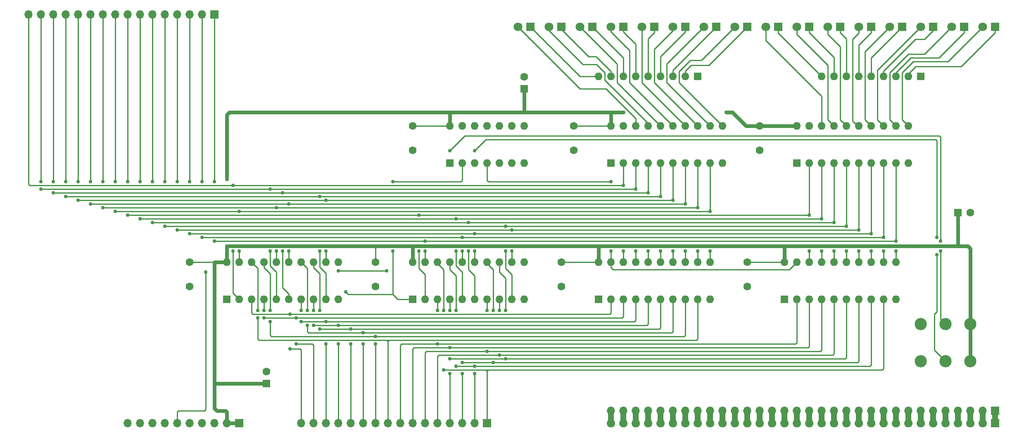
<source format=gbr>
G04 #@! TF.GenerationSoftware,KiCad,Pcbnew,(5.1.5)-3*
G04 #@! TF.CreationDate,2020-11-29T18:57:45-08:00*
G04 #@! TF.ProjectId,register16,72656769-7374-4657-9231-362e6b696361,rev?*
G04 #@! TF.SameCoordinates,Original*
G04 #@! TF.FileFunction,Copper,L1,Top*
G04 #@! TF.FilePolarity,Positive*
%FSLAX46Y46*%
G04 Gerber Fmt 4.6, Leading zero omitted, Abs format (unit mm)*
G04 Created by KiCad (PCBNEW (5.1.5)-3) date 2020-11-29 18:57:45*
%MOMM*%
%LPD*%
G04 APERTURE LIST*
%ADD10C,1.600000*%
%ADD11R,1.600000X1.600000*%
%ADD12R,1.700000X1.700000*%
%ADD13C,0.100000*%
%ADD14O,1.700000X1.700000*%
%ADD15C,1.800000*%
%ADD16R,1.800000X1.800000*%
%ADD17O,1.600000X1.600000*%
%ADD18C,2.499360*%
%ADD19C,0.762000*%
%ADD20C,0.762000*%
%ADD21C,0.254000*%
G04 APERTURE END LIST*
D10*
X269200000Y-88900000D03*
D11*
X266700000Y-88900000D03*
D10*
X177800000Y-61000000D03*
D11*
X177800000Y-63500000D03*
D12*
X274320000Y-129540000D03*
G04 #@! TA.AperFunction,ComponentPad*
D13*
G36*
X273470000Y-132930000D02*
G01*
X273470000Y-131230000D01*
X273762000Y-131230000D01*
X273762000Y-130302000D01*
X273762961Y-130292245D01*
X273765806Y-130282866D01*
X273770427Y-130274221D01*
X273776645Y-130266645D01*
X273784221Y-130260427D01*
X273792866Y-130255806D01*
X273802245Y-130252961D01*
X273812000Y-130252000D01*
X274828000Y-130252000D01*
X274837755Y-130252961D01*
X274847134Y-130255806D01*
X274855779Y-130260427D01*
X274863355Y-130266645D01*
X274869573Y-130274221D01*
X274874194Y-130282866D01*
X274877039Y-130292245D01*
X274878000Y-130302000D01*
X274878000Y-131230000D01*
X275170000Y-131230000D01*
X275170000Y-132930000D01*
X273470000Y-132930000D01*
G37*
G04 #@! TD.AperFunction*
D14*
X266700000Y-129540000D03*
X271780000Y-129540000D03*
X269240000Y-129540000D03*
X264160000Y-129540000D03*
X259080000Y-129540000D03*
X256540000Y-129540000D03*
X254000000Y-129540000D03*
X251460000Y-129540000D03*
X236220000Y-129540000D03*
X246380000Y-129540000D03*
X243840000Y-129540000D03*
X233680000Y-129540000D03*
X226060000Y-129540000D03*
X231140000Y-129540000D03*
X223520000Y-129540000D03*
X220980000Y-129540000D03*
X218440000Y-129540000D03*
X261620000Y-129540000D03*
X241300000Y-129540000D03*
X228600000Y-129540000D03*
X215900000Y-129540000D03*
X248920000Y-129540000D03*
X238760000Y-129540000D03*
X208280000Y-129540000D03*
X205740000Y-129540000D03*
X200660000Y-129540000D03*
X198120000Y-129540000D03*
X195580000Y-129540000D03*
X210820000Y-129540000D03*
X203200000Y-129540000D03*
X213360000Y-129540000D03*
G04 #@! TA.AperFunction,ComponentPad*
D13*
G36*
X272620800Y-132204721D02*
G01*
X272604527Y-132286533D01*
X272580312Y-132366356D01*
X272548391Y-132443422D01*
X272509069Y-132516987D01*
X272462726Y-132586344D01*
X272409808Y-132650825D01*
X272350825Y-132709808D01*
X272286344Y-132762726D01*
X272216987Y-132809069D01*
X272143422Y-132848391D01*
X272066356Y-132880312D01*
X271986533Y-132904527D01*
X271904721Y-132920800D01*
X271821708Y-132928976D01*
X271738292Y-132928976D01*
X271655279Y-132920800D01*
X271573467Y-132904527D01*
X271493644Y-132880312D01*
X271416578Y-132848391D01*
X271343013Y-132809069D01*
X271273656Y-132762726D01*
X271209175Y-132709808D01*
X271150192Y-132650825D01*
X271097274Y-132586344D01*
X271050931Y-132516987D01*
X271011609Y-132443422D01*
X270979688Y-132366356D01*
X270955473Y-132286533D01*
X270939200Y-132204721D01*
X270931024Y-132121708D01*
X270931024Y-132038292D01*
X270939200Y-131955279D01*
X270955473Y-131873467D01*
X270979688Y-131793644D01*
X271011609Y-131716578D01*
X271050931Y-131643013D01*
X271097274Y-131573656D01*
X271150192Y-131509175D01*
X271209175Y-131450192D01*
X271222000Y-131439667D01*
X271222000Y-130048000D01*
X271222961Y-130038245D01*
X271225806Y-130028866D01*
X271230427Y-130020221D01*
X271236645Y-130012645D01*
X271244221Y-130006427D01*
X271252866Y-130001806D01*
X271262245Y-129998961D01*
X271272000Y-129998000D01*
X272288000Y-129998000D01*
X272297755Y-129998961D01*
X272307134Y-130001806D01*
X272315779Y-130006427D01*
X272323355Y-130012645D01*
X272329573Y-130020221D01*
X272334194Y-130028866D01*
X272337039Y-130038245D01*
X272338000Y-130048000D01*
X272338000Y-131439667D01*
X272350825Y-131450192D01*
X272409808Y-131509175D01*
X272462726Y-131573656D01*
X272509069Y-131643013D01*
X272548391Y-131716578D01*
X272580312Y-131793644D01*
X272604527Y-131873467D01*
X272620800Y-131955279D01*
X272628976Y-132038292D01*
X272628976Y-132121708D01*
X272620800Y-132204721D01*
G37*
G04 #@! TD.AperFunction*
G04 #@! TA.AperFunction,ComponentPad*
G36*
X196420800Y-132204721D02*
G01*
X196404527Y-132286533D01*
X196380312Y-132366356D01*
X196348391Y-132443422D01*
X196309069Y-132516987D01*
X196262726Y-132586344D01*
X196209808Y-132650825D01*
X196150825Y-132709808D01*
X196086344Y-132762726D01*
X196016987Y-132809069D01*
X195943422Y-132848391D01*
X195866356Y-132880312D01*
X195786533Y-132904527D01*
X195704721Y-132920800D01*
X195621708Y-132928976D01*
X195538292Y-132928976D01*
X195455279Y-132920800D01*
X195373467Y-132904527D01*
X195293644Y-132880312D01*
X195216578Y-132848391D01*
X195143013Y-132809069D01*
X195073656Y-132762726D01*
X195009175Y-132709808D01*
X194950192Y-132650825D01*
X194897274Y-132586344D01*
X194850931Y-132516987D01*
X194811609Y-132443422D01*
X194779688Y-132366356D01*
X194755473Y-132286533D01*
X194739200Y-132204721D01*
X194731024Y-132121708D01*
X194731024Y-132038292D01*
X194739200Y-131955279D01*
X194755473Y-131873467D01*
X194779688Y-131793644D01*
X194811609Y-131716578D01*
X194850931Y-131643013D01*
X194897274Y-131573656D01*
X194950192Y-131509175D01*
X195009175Y-131450192D01*
X195022000Y-131439667D01*
X195022000Y-130048000D01*
X195022961Y-130038245D01*
X195025806Y-130028866D01*
X195030427Y-130020221D01*
X195036645Y-130012645D01*
X195044221Y-130006427D01*
X195052866Y-130001806D01*
X195062245Y-129998961D01*
X195072000Y-129998000D01*
X196088000Y-129998000D01*
X196097755Y-129998961D01*
X196107134Y-130001806D01*
X196115779Y-130006427D01*
X196123355Y-130012645D01*
X196129573Y-130020221D01*
X196134194Y-130028866D01*
X196137039Y-130038245D01*
X196138000Y-130048000D01*
X196138000Y-131439667D01*
X196150825Y-131450192D01*
X196209808Y-131509175D01*
X196262726Y-131573656D01*
X196309069Y-131643013D01*
X196348391Y-131716578D01*
X196380312Y-131793644D01*
X196404527Y-131873467D01*
X196420800Y-131955279D01*
X196428976Y-132038292D01*
X196428976Y-132121708D01*
X196420800Y-132204721D01*
G37*
G04 #@! TD.AperFunction*
G04 #@! TA.AperFunction,ComponentPad*
G36*
X198960800Y-132204721D02*
G01*
X198944527Y-132286533D01*
X198920312Y-132366356D01*
X198888391Y-132443422D01*
X198849069Y-132516987D01*
X198802726Y-132586344D01*
X198749808Y-132650825D01*
X198690825Y-132709808D01*
X198626344Y-132762726D01*
X198556987Y-132809069D01*
X198483422Y-132848391D01*
X198406356Y-132880312D01*
X198326533Y-132904527D01*
X198244721Y-132920800D01*
X198161708Y-132928976D01*
X198078292Y-132928976D01*
X197995279Y-132920800D01*
X197913467Y-132904527D01*
X197833644Y-132880312D01*
X197756578Y-132848391D01*
X197683013Y-132809069D01*
X197613656Y-132762726D01*
X197549175Y-132709808D01*
X197490192Y-132650825D01*
X197437274Y-132586344D01*
X197390931Y-132516987D01*
X197351609Y-132443422D01*
X197319688Y-132366356D01*
X197295473Y-132286533D01*
X197279200Y-132204721D01*
X197271024Y-132121708D01*
X197271024Y-132038292D01*
X197279200Y-131955279D01*
X197295473Y-131873467D01*
X197319688Y-131793644D01*
X197351609Y-131716578D01*
X197390931Y-131643013D01*
X197437274Y-131573656D01*
X197490192Y-131509175D01*
X197549175Y-131450192D01*
X197562000Y-131439667D01*
X197562000Y-130048000D01*
X197562961Y-130038245D01*
X197565806Y-130028866D01*
X197570427Y-130020221D01*
X197576645Y-130012645D01*
X197584221Y-130006427D01*
X197592866Y-130001806D01*
X197602245Y-129998961D01*
X197612000Y-129998000D01*
X198628000Y-129998000D01*
X198637755Y-129998961D01*
X198647134Y-130001806D01*
X198655779Y-130006427D01*
X198663355Y-130012645D01*
X198669573Y-130020221D01*
X198674194Y-130028866D01*
X198677039Y-130038245D01*
X198678000Y-130048000D01*
X198678000Y-131439667D01*
X198690825Y-131450192D01*
X198749808Y-131509175D01*
X198802726Y-131573656D01*
X198849069Y-131643013D01*
X198888391Y-131716578D01*
X198920312Y-131793644D01*
X198944527Y-131873467D01*
X198960800Y-131955279D01*
X198968976Y-132038292D01*
X198968976Y-132121708D01*
X198960800Y-132204721D01*
G37*
G04 #@! TD.AperFunction*
G04 #@! TA.AperFunction,ComponentPad*
G36*
X201500800Y-132204721D02*
G01*
X201484527Y-132286533D01*
X201460312Y-132366356D01*
X201428391Y-132443422D01*
X201389069Y-132516987D01*
X201342726Y-132586344D01*
X201289808Y-132650825D01*
X201230825Y-132709808D01*
X201166344Y-132762726D01*
X201096987Y-132809069D01*
X201023422Y-132848391D01*
X200946356Y-132880312D01*
X200866533Y-132904527D01*
X200784721Y-132920800D01*
X200701708Y-132928976D01*
X200618292Y-132928976D01*
X200535279Y-132920800D01*
X200453467Y-132904527D01*
X200373644Y-132880312D01*
X200296578Y-132848391D01*
X200223013Y-132809069D01*
X200153656Y-132762726D01*
X200089175Y-132709808D01*
X200030192Y-132650825D01*
X199977274Y-132586344D01*
X199930931Y-132516987D01*
X199891609Y-132443422D01*
X199859688Y-132366356D01*
X199835473Y-132286533D01*
X199819200Y-132204721D01*
X199811024Y-132121708D01*
X199811024Y-132038292D01*
X199819200Y-131955279D01*
X199835473Y-131873467D01*
X199859688Y-131793644D01*
X199891609Y-131716578D01*
X199930931Y-131643013D01*
X199977274Y-131573656D01*
X200030192Y-131509175D01*
X200089175Y-131450192D01*
X200102000Y-131439667D01*
X200102000Y-130048000D01*
X200102961Y-130038245D01*
X200105806Y-130028866D01*
X200110427Y-130020221D01*
X200116645Y-130012645D01*
X200124221Y-130006427D01*
X200132866Y-130001806D01*
X200142245Y-129998961D01*
X200152000Y-129998000D01*
X201168000Y-129998000D01*
X201177755Y-129998961D01*
X201187134Y-130001806D01*
X201195779Y-130006427D01*
X201203355Y-130012645D01*
X201209573Y-130020221D01*
X201214194Y-130028866D01*
X201217039Y-130038245D01*
X201218000Y-130048000D01*
X201218000Y-131439667D01*
X201230825Y-131450192D01*
X201289808Y-131509175D01*
X201342726Y-131573656D01*
X201389069Y-131643013D01*
X201428391Y-131716578D01*
X201460312Y-131793644D01*
X201484527Y-131873467D01*
X201500800Y-131955279D01*
X201508976Y-132038292D01*
X201508976Y-132121708D01*
X201500800Y-132204721D01*
G37*
G04 #@! TD.AperFunction*
G04 #@! TA.AperFunction,ComponentPad*
G36*
X204040800Y-132204721D02*
G01*
X204024527Y-132286533D01*
X204000312Y-132366356D01*
X203968391Y-132443422D01*
X203929069Y-132516987D01*
X203882726Y-132586344D01*
X203829808Y-132650825D01*
X203770825Y-132709808D01*
X203706344Y-132762726D01*
X203636987Y-132809069D01*
X203563422Y-132848391D01*
X203486356Y-132880312D01*
X203406533Y-132904527D01*
X203324721Y-132920800D01*
X203241708Y-132928976D01*
X203158292Y-132928976D01*
X203075279Y-132920800D01*
X202993467Y-132904527D01*
X202913644Y-132880312D01*
X202836578Y-132848391D01*
X202763013Y-132809069D01*
X202693656Y-132762726D01*
X202629175Y-132709808D01*
X202570192Y-132650825D01*
X202517274Y-132586344D01*
X202470931Y-132516987D01*
X202431609Y-132443422D01*
X202399688Y-132366356D01*
X202375473Y-132286533D01*
X202359200Y-132204721D01*
X202351024Y-132121708D01*
X202351024Y-132038292D01*
X202359200Y-131955279D01*
X202375473Y-131873467D01*
X202399688Y-131793644D01*
X202431609Y-131716578D01*
X202470931Y-131643013D01*
X202517274Y-131573656D01*
X202570192Y-131509175D01*
X202629175Y-131450192D01*
X202642000Y-131439667D01*
X202642000Y-130048000D01*
X202642961Y-130038245D01*
X202645806Y-130028866D01*
X202650427Y-130020221D01*
X202656645Y-130012645D01*
X202664221Y-130006427D01*
X202672866Y-130001806D01*
X202682245Y-129998961D01*
X202692000Y-129998000D01*
X203708000Y-129998000D01*
X203717755Y-129998961D01*
X203727134Y-130001806D01*
X203735779Y-130006427D01*
X203743355Y-130012645D01*
X203749573Y-130020221D01*
X203754194Y-130028866D01*
X203757039Y-130038245D01*
X203758000Y-130048000D01*
X203758000Y-131439667D01*
X203770825Y-131450192D01*
X203829808Y-131509175D01*
X203882726Y-131573656D01*
X203929069Y-131643013D01*
X203968391Y-131716578D01*
X204000312Y-131793644D01*
X204024527Y-131873467D01*
X204040800Y-131955279D01*
X204048976Y-132038292D01*
X204048976Y-132121708D01*
X204040800Y-132204721D01*
G37*
G04 #@! TD.AperFunction*
G04 #@! TA.AperFunction,ComponentPad*
G36*
X206580800Y-132204721D02*
G01*
X206564527Y-132286533D01*
X206540312Y-132366356D01*
X206508391Y-132443422D01*
X206469069Y-132516987D01*
X206422726Y-132586344D01*
X206369808Y-132650825D01*
X206310825Y-132709808D01*
X206246344Y-132762726D01*
X206176987Y-132809069D01*
X206103422Y-132848391D01*
X206026356Y-132880312D01*
X205946533Y-132904527D01*
X205864721Y-132920800D01*
X205781708Y-132928976D01*
X205698292Y-132928976D01*
X205615279Y-132920800D01*
X205533467Y-132904527D01*
X205453644Y-132880312D01*
X205376578Y-132848391D01*
X205303013Y-132809069D01*
X205233656Y-132762726D01*
X205169175Y-132709808D01*
X205110192Y-132650825D01*
X205057274Y-132586344D01*
X205010931Y-132516987D01*
X204971609Y-132443422D01*
X204939688Y-132366356D01*
X204915473Y-132286533D01*
X204899200Y-132204721D01*
X204891024Y-132121708D01*
X204891024Y-132038292D01*
X204899200Y-131955279D01*
X204915473Y-131873467D01*
X204939688Y-131793644D01*
X204971609Y-131716578D01*
X205010931Y-131643013D01*
X205057274Y-131573656D01*
X205110192Y-131509175D01*
X205169175Y-131450192D01*
X205182000Y-131439667D01*
X205182000Y-130048000D01*
X205182961Y-130038245D01*
X205185806Y-130028866D01*
X205190427Y-130020221D01*
X205196645Y-130012645D01*
X205204221Y-130006427D01*
X205212866Y-130001806D01*
X205222245Y-129998961D01*
X205232000Y-129998000D01*
X206248000Y-129998000D01*
X206257755Y-129998961D01*
X206267134Y-130001806D01*
X206275779Y-130006427D01*
X206283355Y-130012645D01*
X206289573Y-130020221D01*
X206294194Y-130028866D01*
X206297039Y-130038245D01*
X206298000Y-130048000D01*
X206298000Y-131439667D01*
X206310825Y-131450192D01*
X206369808Y-131509175D01*
X206422726Y-131573656D01*
X206469069Y-131643013D01*
X206508391Y-131716578D01*
X206540312Y-131793644D01*
X206564527Y-131873467D01*
X206580800Y-131955279D01*
X206588976Y-132038292D01*
X206588976Y-132121708D01*
X206580800Y-132204721D01*
G37*
G04 #@! TD.AperFunction*
G04 #@! TA.AperFunction,ComponentPad*
G36*
X209120800Y-132204721D02*
G01*
X209104527Y-132286533D01*
X209080312Y-132366356D01*
X209048391Y-132443422D01*
X209009069Y-132516987D01*
X208962726Y-132586344D01*
X208909808Y-132650825D01*
X208850825Y-132709808D01*
X208786344Y-132762726D01*
X208716987Y-132809069D01*
X208643422Y-132848391D01*
X208566356Y-132880312D01*
X208486533Y-132904527D01*
X208404721Y-132920800D01*
X208321708Y-132928976D01*
X208238292Y-132928976D01*
X208155279Y-132920800D01*
X208073467Y-132904527D01*
X207993644Y-132880312D01*
X207916578Y-132848391D01*
X207843013Y-132809069D01*
X207773656Y-132762726D01*
X207709175Y-132709808D01*
X207650192Y-132650825D01*
X207597274Y-132586344D01*
X207550931Y-132516987D01*
X207511609Y-132443422D01*
X207479688Y-132366356D01*
X207455473Y-132286533D01*
X207439200Y-132204721D01*
X207431024Y-132121708D01*
X207431024Y-132038292D01*
X207439200Y-131955279D01*
X207455473Y-131873467D01*
X207479688Y-131793644D01*
X207511609Y-131716578D01*
X207550931Y-131643013D01*
X207597274Y-131573656D01*
X207650192Y-131509175D01*
X207709175Y-131450192D01*
X207722000Y-131439667D01*
X207722000Y-130048000D01*
X207722961Y-130038245D01*
X207725806Y-130028866D01*
X207730427Y-130020221D01*
X207736645Y-130012645D01*
X207744221Y-130006427D01*
X207752866Y-130001806D01*
X207762245Y-129998961D01*
X207772000Y-129998000D01*
X208788000Y-129998000D01*
X208797755Y-129998961D01*
X208807134Y-130001806D01*
X208815779Y-130006427D01*
X208823355Y-130012645D01*
X208829573Y-130020221D01*
X208834194Y-130028866D01*
X208837039Y-130038245D01*
X208838000Y-130048000D01*
X208838000Y-131439667D01*
X208850825Y-131450192D01*
X208909808Y-131509175D01*
X208962726Y-131573656D01*
X209009069Y-131643013D01*
X209048391Y-131716578D01*
X209080312Y-131793644D01*
X209104527Y-131873467D01*
X209120800Y-131955279D01*
X209128976Y-132038292D01*
X209128976Y-132121708D01*
X209120800Y-132204721D01*
G37*
G04 #@! TD.AperFunction*
G04 #@! TA.AperFunction,ComponentPad*
G36*
X211660800Y-132204721D02*
G01*
X211644527Y-132286533D01*
X211620312Y-132366356D01*
X211588391Y-132443422D01*
X211549069Y-132516987D01*
X211502726Y-132586344D01*
X211449808Y-132650825D01*
X211390825Y-132709808D01*
X211326344Y-132762726D01*
X211256987Y-132809069D01*
X211183422Y-132848391D01*
X211106356Y-132880312D01*
X211026533Y-132904527D01*
X210944721Y-132920800D01*
X210861708Y-132928976D01*
X210778292Y-132928976D01*
X210695279Y-132920800D01*
X210613467Y-132904527D01*
X210533644Y-132880312D01*
X210456578Y-132848391D01*
X210383013Y-132809069D01*
X210313656Y-132762726D01*
X210249175Y-132709808D01*
X210190192Y-132650825D01*
X210137274Y-132586344D01*
X210090931Y-132516987D01*
X210051609Y-132443422D01*
X210019688Y-132366356D01*
X209995473Y-132286533D01*
X209979200Y-132204721D01*
X209971024Y-132121708D01*
X209971024Y-132038292D01*
X209979200Y-131955279D01*
X209995473Y-131873467D01*
X210019688Y-131793644D01*
X210051609Y-131716578D01*
X210090931Y-131643013D01*
X210137274Y-131573656D01*
X210190192Y-131509175D01*
X210249175Y-131450192D01*
X210262000Y-131439667D01*
X210262000Y-130048000D01*
X210262961Y-130038245D01*
X210265806Y-130028866D01*
X210270427Y-130020221D01*
X210276645Y-130012645D01*
X210284221Y-130006427D01*
X210292866Y-130001806D01*
X210302245Y-129998961D01*
X210312000Y-129998000D01*
X211328000Y-129998000D01*
X211337755Y-129998961D01*
X211347134Y-130001806D01*
X211355779Y-130006427D01*
X211363355Y-130012645D01*
X211369573Y-130020221D01*
X211374194Y-130028866D01*
X211377039Y-130038245D01*
X211378000Y-130048000D01*
X211378000Y-131439667D01*
X211390825Y-131450192D01*
X211449808Y-131509175D01*
X211502726Y-131573656D01*
X211549069Y-131643013D01*
X211588391Y-131716578D01*
X211620312Y-131793644D01*
X211644527Y-131873467D01*
X211660800Y-131955279D01*
X211668976Y-132038292D01*
X211668976Y-132121708D01*
X211660800Y-132204721D01*
G37*
G04 #@! TD.AperFunction*
G04 #@! TA.AperFunction,ComponentPad*
G36*
X214200800Y-132204721D02*
G01*
X214184527Y-132286533D01*
X214160312Y-132366356D01*
X214128391Y-132443422D01*
X214089069Y-132516987D01*
X214042726Y-132586344D01*
X213989808Y-132650825D01*
X213930825Y-132709808D01*
X213866344Y-132762726D01*
X213796987Y-132809069D01*
X213723422Y-132848391D01*
X213646356Y-132880312D01*
X213566533Y-132904527D01*
X213484721Y-132920800D01*
X213401708Y-132928976D01*
X213318292Y-132928976D01*
X213235279Y-132920800D01*
X213153467Y-132904527D01*
X213073644Y-132880312D01*
X212996578Y-132848391D01*
X212923013Y-132809069D01*
X212853656Y-132762726D01*
X212789175Y-132709808D01*
X212730192Y-132650825D01*
X212677274Y-132586344D01*
X212630931Y-132516987D01*
X212591609Y-132443422D01*
X212559688Y-132366356D01*
X212535473Y-132286533D01*
X212519200Y-132204721D01*
X212511024Y-132121708D01*
X212511024Y-132038292D01*
X212519200Y-131955279D01*
X212535473Y-131873467D01*
X212559688Y-131793644D01*
X212591609Y-131716578D01*
X212630931Y-131643013D01*
X212677274Y-131573656D01*
X212730192Y-131509175D01*
X212789175Y-131450192D01*
X212802000Y-131439667D01*
X212802000Y-130048000D01*
X212802961Y-130038245D01*
X212805806Y-130028866D01*
X212810427Y-130020221D01*
X212816645Y-130012645D01*
X212824221Y-130006427D01*
X212832866Y-130001806D01*
X212842245Y-129998961D01*
X212852000Y-129998000D01*
X213868000Y-129998000D01*
X213877755Y-129998961D01*
X213887134Y-130001806D01*
X213895779Y-130006427D01*
X213903355Y-130012645D01*
X213909573Y-130020221D01*
X213914194Y-130028866D01*
X213917039Y-130038245D01*
X213918000Y-130048000D01*
X213918000Y-131439667D01*
X213930825Y-131450192D01*
X213989808Y-131509175D01*
X214042726Y-131573656D01*
X214089069Y-131643013D01*
X214128391Y-131716578D01*
X214160312Y-131793644D01*
X214184527Y-131873467D01*
X214200800Y-131955279D01*
X214208976Y-132038292D01*
X214208976Y-132121708D01*
X214200800Y-132204721D01*
G37*
G04 #@! TD.AperFunction*
G04 #@! TA.AperFunction,ComponentPad*
G36*
X216740800Y-132204721D02*
G01*
X216724527Y-132286533D01*
X216700312Y-132366356D01*
X216668391Y-132443422D01*
X216629069Y-132516987D01*
X216582726Y-132586344D01*
X216529808Y-132650825D01*
X216470825Y-132709808D01*
X216406344Y-132762726D01*
X216336987Y-132809069D01*
X216263422Y-132848391D01*
X216186356Y-132880312D01*
X216106533Y-132904527D01*
X216024721Y-132920800D01*
X215941708Y-132928976D01*
X215858292Y-132928976D01*
X215775279Y-132920800D01*
X215693467Y-132904527D01*
X215613644Y-132880312D01*
X215536578Y-132848391D01*
X215463013Y-132809069D01*
X215393656Y-132762726D01*
X215329175Y-132709808D01*
X215270192Y-132650825D01*
X215217274Y-132586344D01*
X215170931Y-132516987D01*
X215131609Y-132443422D01*
X215099688Y-132366356D01*
X215075473Y-132286533D01*
X215059200Y-132204721D01*
X215051024Y-132121708D01*
X215051024Y-132038292D01*
X215059200Y-131955279D01*
X215075473Y-131873467D01*
X215099688Y-131793644D01*
X215131609Y-131716578D01*
X215170931Y-131643013D01*
X215217274Y-131573656D01*
X215270192Y-131509175D01*
X215329175Y-131450192D01*
X215342000Y-131439667D01*
X215342000Y-130048000D01*
X215342961Y-130038245D01*
X215345806Y-130028866D01*
X215350427Y-130020221D01*
X215356645Y-130012645D01*
X215364221Y-130006427D01*
X215372866Y-130001806D01*
X215382245Y-129998961D01*
X215392000Y-129998000D01*
X216408000Y-129998000D01*
X216417755Y-129998961D01*
X216427134Y-130001806D01*
X216435779Y-130006427D01*
X216443355Y-130012645D01*
X216449573Y-130020221D01*
X216454194Y-130028866D01*
X216457039Y-130038245D01*
X216458000Y-130048000D01*
X216458000Y-131439667D01*
X216470825Y-131450192D01*
X216529808Y-131509175D01*
X216582726Y-131573656D01*
X216629069Y-131643013D01*
X216668391Y-131716578D01*
X216700312Y-131793644D01*
X216724527Y-131873467D01*
X216740800Y-131955279D01*
X216748976Y-132038292D01*
X216748976Y-132121708D01*
X216740800Y-132204721D01*
G37*
G04 #@! TD.AperFunction*
G04 #@! TA.AperFunction,ComponentPad*
G36*
X219280800Y-132204721D02*
G01*
X219264527Y-132286533D01*
X219240312Y-132366356D01*
X219208391Y-132443422D01*
X219169069Y-132516987D01*
X219122726Y-132586344D01*
X219069808Y-132650825D01*
X219010825Y-132709808D01*
X218946344Y-132762726D01*
X218876987Y-132809069D01*
X218803422Y-132848391D01*
X218726356Y-132880312D01*
X218646533Y-132904527D01*
X218564721Y-132920800D01*
X218481708Y-132928976D01*
X218398292Y-132928976D01*
X218315279Y-132920800D01*
X218233467Y-132904527D01*
X218153644Y-132880312D01*
X218076578Y-132848391D01*
X218003013Y-132809069D01*
X217933656Y-132762726D01*
X217869175Y-132709808D01*
X217810192Y-132650825D01*
X217757274Y-132586344D01*
X217710931Y-132516987D01*
X217671609Y-132443422D01*
X217639688Y-132366356D01*
X217615473Y-132286533D01*
X217599200Y-132204721D01*
X217591024Y-132121708D01*
X217591024Y-132038292D01*
X217599200Y-131955279D01*
X217615473Y-131873467D01*
X217639688Y-131793644D01*
X217671609Y-131716578D01*
X217710931Y-131643013D01*
X217757274Y-131573656D01*
X217810192Y-131509175D01*
X217869175Y-131450192D01*
X217882000Y-131439667D01*
X217882000Y-130048000D01*
X217882961Y-130038245D01*
X217885806Y-130028866D01*
X217890427Y-130020221D01*
X217896645Y-130012645D01*
X217904221Y-130006427D01*
X217912866Y-130001806D01*
X217922245Y-129998961D01*
X217932000Y-129998000D01*
X218948000Y-129998000D01*
X218957755Y-129998961D01*
X218967134Y-130001806D01*
X218975779Y-130006427D01*
X218983355Y-130012645D01*
X218989573Y-130020221D01*
X218994194Y-130028866D01*
X218997039Y-130038245D01*
X218998000Y-130048000D01*
X218998000Y-131439667D01*
X219010825Y-131450192D01*
X219069808Y-131509175D01*
X219122726Y-131573656D01*
X219169069Y-131643013D01*
X219208391Y-131716578D01*
X219240312Y-131793644D01*
X219264527Y-131873467D01*
X219280800Y-131955279D01*
X219288976Y-132038292D01*
X219288976Y-132121708D01*
X219280800Y-132204721D01*
G37*
G04 #@! TD.AperFunction*
G04 #@! TA.AperFunction,ComponentPad*
G36*
X221820800Y-132204721D02*
G01*
X221804527Y-132286533D01*
X221780312Y-132366356D01*
X221748391Y-132443422D01*
X221709069Y-132516987D01*
X221662726Y-132586344D01*
X221609808Y-132650825D01*
X221550825Y-132709808D01*
X221486344Y-132762726D01*
X221416987Y-132809069D01*
X221343422Y-132848391D01*
X221266356Y-132880312D01*
X221186533Y-132904527D01*
X221104721Y-132920800D01*
X221021708Y-132928976D01*
X220938292Y-132928976D01*
X220855279Y-132920800D01*
X220773467Y-132904527D01*
X220693644Y-132880312D01*
X220616578Y-132848391D01*
X220543013Y-132809069D01*
X220473656Y-132762726D01*
X220409175Y-132709808D01*
X220350192Y-132650825D01*
X220297274Y-132586344D01*
X220250931Y-132516987D01*
X220211609Y-132443422D01*
X220179688Y-132366356D01*
X220155473Y-132286533D01*
X220139200Y-132204721D01*
X220131024Y-132121708D01*
X220131024Y-132038292D01*
X220139200Y-131955279D01*
X220155473Y-131873467D01*
X220179688Y-131793644D01*
X220211609Y-131716578D01*
X220250931Y-131643013D01*
X220297274Y-131573656D01*
X220350192Y-131509175D01*
X220409175Y-131450192D01*
X220422000Y-131439667D01*
X220422000Y-130048000D01*
X220422961Y-130038245D01*
X220425806Y-130028866D01*
X220430427Y-130020221D01*
X220436645Y-130012645D01*
X220444221Y-130006427D01*
X220452866Y-130001806D01*
X220462245Y-129998961D01*
X220472000Y-129998000D01*
X221488000Y-129998000D01*
X221497755Y-129998961D01*
X221507134Y-130001806D01*
X221515779Y-130006427D01*
X221523355Y-130012645D01*
X221529573Y-130020221D01*
X221534194Y-130028866D01*
X221537039Y-130038245D01*
X221538000Y-130048000D01*
X221538000Y-131439667D01*
X221550825Y-131450192D01*
X221609808Y-131509175D01*
X221662726Y-131573656D01*
X221709069Y-131643013D01*
X221748391Y-131716578D01*
X221780312Y-131793644D01*
X221804527Y-131873467D01*
X221820800Y-131955279D01*
X221828976Y-132038292D01*
X221828976Y-132121708D01*
X221820800Y-132204721D01*
G37*
G04 #@! TD.AperFunction*
G04 #@! TA.AperFunction,ComponentPad*
G36*
X224360800Y-132204721D02*
G01*
X224344527Y-132286533D01*
X224320312Y-132366356D01*
X224288391Y-132443422D01*
X224249069Y-132516987D01*
X224202726Y-132586344D01*
X224149808Y-132650825D01*
X224090825Y-132709808D01*
X224026344Y-132762726D01*
X223956987Y-132809069D01*
X223883422Y-132848391D01*
X223806356Y-132880312D01*
X223726533Y-132904527D01*
X223644721Y-132920800D01*
X223561708Y-132928976D01*
X223478292Y-132928976D01*
X223395279Y-132920800D01*
X223313467Y-132904527D01*
X223233644Y-132880312D01*
X223156578Y-132848391D01*
X223083013Y-132809069D01*
X223013656Y-132762726D01*
X222949175Y-132709808D01*
X222890192Y-132650825D01*
X222837274Y-132586344D01*
X222790931Y-132516987D01*
X222751609Y-132443422D01*
X222719688Y-132366356D01*
X222695473Y-132286533D01*
X222679200Y-132204721D01*
X222671024Y-132121708D01*
X222671024Y-132038292D01*
X222679200Y-131955279D01*
X222695473Y-131873467D01*
X222719688Y-131793644D01*
X222751609Y-131716578D01*
X222790931Y-131643013D01*
X222837274Y-131573656D01*
X222890192Y-131509175D01*
X222949175Y-131450192D01*
X222962000Y-131439667D01*
X222962000Y-130048000D01*
X222962961Y-130038245D01*
X222965806Y-130028866D01*
X222970427Y-130020221D01*
X222976645Y-130012645D01*
X222984221Y-130006427D01*
X222992866Y-130001806D01*
X223002245Y-129998961D01*
X223012000Y-129998000D01*
X224028000Y-129998000D01*
X224037755Y-129998961D01*
X224047134Y-130001806D01*
X224055779Y-130006427D01*
X224063355Y-130012645D01*
X224069573Y-130020221D01*
X224074194Y-130028866D01*
X224077039Y-130038245D01*
X224078000Y-130048000D01*
X224078000Y-131439667D01*
X224090825Y-131450192D01*
X224149808Y-131509175D01*
X224202726Y-131573656D01*
X224249069Y-131643013D01*
X224288391Y-131716578D01*
X224320312Y-131793644D01*
X224344527Y-131873467D01*
X224360800Y-131955279D01*
X224368976Y-132038292D01*
X224368976Y-132121708D01*
X224360800Y-132204721D01*
G37*
G04 #@! TD.AperFunction*
G04 #@! TA.AperFunction,ComponentPad*
G36*
X226900800Y-132204721D02*
G01*
X226884527Y-132286533D01*
X226860312Y-132366356D01*
X226828391Y-132443422D01*
X226789069Y-132516987D01*
X226742726Y-132586344D01*
X226689808Y-132650825D01*
X226630825Y-132709808D01*
X226566344Y-132762726D01*
X226496987Y-132809069D01*
X226423422Y-132848391D01*
X226346356Y-132880312D01*
X226266533Y-132904527D01*
X226184721Y-132920800D01*
X226101708Y-132928976D01*
X226018292Y-132928976D01*
X225935279Y-132920800D01*
X225853467Y-132904527D01*
X225773644Y-132880312D01*
X225696578Y-132848391D01*
X225623013Y-132809069D01*
X225553656Y-132762726D01*
X225489175Y-132709808D01*
X225430192Y-132650825D01*
X225377274Y-132586344D01*
X225330931Y-132516987D01*
X225291609Y-132443422D01*
X225259688Y-132366356D01*
X225235473Y-132286533D01*
X225219200Y-132204721D01*
X225211024Y-132121708D01*
X225211024Y-132038292D01*
X225219200Y-131955279D01*
X225235473Y-131873467D01*
X225259688Y-131793644D01*
X225291609Y-131716578D01*
X225330931Y-131643013D01*
X225377274Y-131573656D01*
X225430192Y-131509175D01*
X225489175Y-131450192D01*
X225502000Y-131439667D01*
X225502000Y-130048000D01*
X225502961Y-130038245D01*
X225505806Y-130028866D01*
X225510427Y-130020221D01*
X225516645Y-130012645D01*
X225524221Y-130006427D01*
X225532866Y-130001806D01*
X225542245Y-129998961D01*
X225552000Y-129998000D01*
X226568000Y-129998000D01*
X226577755Y-129998961D01*
X226587134Y-130001806D01*
X226595779Y-130006427D01*
X226603355Y-130012645D01*
X226609573Y-130020221D01*
X226614194Y-130028866D01*
X226617039Y-130038245D01*
X226618000Y-130048000D01*
X226618000Y-131439667D01*
X226630825Y-131450192D01*
X226689808Y-131509175D01*
X226742726Y-131573656D01*
X226789069Y-131643013D01*
X226828391Y-131716578D01*
X226860312Y-131793644D01*
X226884527Y-131873467D01*
X226900800Y-131955279D01*
X226908976Y-132038292D01*
X226908976Y-132121708D01*
X226900800Y-132204721D01*
G37*
G04 #@! TD.AperFunction*
G04 #@! TA.AperFunction,ComponentPad*
G36*
X229440800Y-132204721D02*
G01*
X229424527Y-132286533D01*
X229400312Y-132366356D01*
X229368391Y-132443422D01*
X229329069Y-132516987D01*
X229282726Y-132586344D01*
X229229808Y-132650825D01*
X229170825Y-132709808D01*
X229106344Y-132762726D01*
X229036987Y-132809069D01*
X228963422Y-132848391D01*
X228886356Y-132880312D01*
X228806533Y-132904527D01*
X228724721Y-132920800D01*
X228641708Y-132928976D01*
X228558292Y-132928976D01*
X228475279Y-132920800D01*
X228393467Y-132904527D01*
X228313644Y-132880312D01*
X228236578Y-132848391D01*
X228163013Y-132809069D01*
X228093656Y-132762726D01*
X228029175Y-132709808D01*
X227970192Y-132650825D01*
X227917274Y-132586344D01*
X227870931Y-132516987D01*
X227831609Y-132443422D01*
X227799688Y-132366356D01*
X227775473Y-132286533D01*
X227759200Y-132204721D01*
X227751024Y-132121708D01*
X227751024Y-132038292D01*
X227759200Y-131955279D01*
X227775473Y-131873467D01*
X227799688Y-131793644D01*
X227831609Y-131716578D01*
X227870931Y-131643013D01*
X227917274Y-131573656D01*
X227970192Y-131509175D01*
X228029175Y-131450192D01*
X228042000Y-131439667D01*
X228042000Y-130048000D01*
X228042961Y-130038245D01*
X228045806Y-130028866D01*
X228050427Y-130020221D01*
X228056645Y-130012645D01*
X228064221Y-130006427D01*
X228072866Y-130001806D01*
X228082245Y-129998961D01*
X228092000Y-129998000D01*
X229108000Y-129998000D01*
X229117755Y-129998961D01*
X229127134Y-130001806D01*
X229135779Y-130006427D01*
X229143355Y-130012645D01*
X229149573Y-130020221D01*
X229154194Y-130028866D01*
X229157039Y-130038245D01*
X229158000Y-130048000D01*
X229158000Y-131439667D01*
X229170825Y-131450192D01*
X229229808Y-131509175D01*
X229282726Y-131573656D01*
X229329069Y-131643013D01*
X229368391Y-131716578D01*
X229400312Y-131793644D01*
X229424527Y-131873467D01*
X229440800Y-131955279D01*
X229448976Y-132038292D01*
X229448976Y-132121708D01*
X229440800Y-132204721D01*
G37*
G04 #@! TD.AperFunction*
G04 #@! TA.AperFunction,ComponentPad*
G36*
X259920800Y-132204721D02*
G01*
X259904527Y-132286533D01*
X259880312Y-132366356D01*
X259848391Y-132443422D01*
X259809069Y-132516987D01*
X259762726Y-132586344D01*
X259709808Y-132650825D01*
X259650825Y-132709808D01*
X259586344Y-132762726D01*
X259516987Y-132809069D01*
X259443422Y-132848391D01*
X259366356Y-132880312D01*
X259286533Y-132904527D01*
X259204721Y-132920800D01*
X259121708Y-132928976D01*
X259038292Y-132928976D01*
X258955279Y-132920800D01*
X258873467Y-132904527D01*
X258793644Y-132880312D01*
X258716578Y-132848391D01*
X258643013Y-132809069D01*
X258573656Y-132762726D01*
X258509175Y-132709808D01*
X258450192Y-132650825D01*
X258397274Y-132586344D01*
X258350931Y-132516987D01*
X258311609Y-132443422D01*
X258279688Y-132366356D01*
X258255473Y-132286533D01*
X258239200Y-132204721D01*
X258231024Y-132121708D01*
X258231024Y-132038292D01*
X258239200Y-131955279D01*
X258255473Y-131873467D01*
X258279688Y-131793644D01*
X258311609Y-131716578D01*
X258350931Y-131643013D01*
X258397274Y-131573656D01*
X258450192Y-131509175D01*
X258509175Y-131450192D01*
X258522000Y-131439667D01*
X258522000Y-130048000D01*
X258522961Y-130038245D01*
X258525806Y-130028866D01*
X258530427Y-130020221D01*
X258536645Y-130012645D01*
X258544221Y-130006427D01*
X258552866Y-130001806D01*
X258562245Y-129998961D01*
X258572000Y-129998000D01*
X259588000Y-129998000D01*
X259597755Y-129998961D01*
X259607134Y-130001806D01*
X259615779Y-130006427D01*
X259623355Y-130012645D01*
X259629573Y-130020221D01*
X259634194Y-130028866D01*
X259637039Y-130038245D01*
X259638000Y-130048000D01*
X259638000Y-131439667D01*
X259650825Y-131450192D01*
X259709808Y-131509175D01*
X259762726Y-131573656D01*
X259809069Y-131643013D01*
X259848391Y-131716578D01*
X259880312Y-131793644D01*
X259904527Y-131873467D01*
X259920800Y-131955279D01*
X259928976Y-132038292D01*
X259928976Y-132121708D01*
X259920800Y-132204721D01*
G37*
G04 #@! TD.AperFunction*
G04 #@! TA.AperFunction,ComponentPad*
G36*
X257380800Y-132204721D02*
G01*
X257364527Y-132286533D01*
X257340312Y-132366356D01*
X257308391Y-132443422D01*
X257269069Y-132516987D01*
X257222726Y-132586344D01*
X257169808Y-132650825D01*
X257110825Y-132709808D01*
X257046344Y-132762726D01*
X256976987Y-132809069D01*
X256903422Y-132848391D01*
X256826356Y-132880312D01*
X256746533Y-132904527D01*
X256664721Y-132920800D01*
X256581708Y-132928976D01*
X256498292Y-132928976D01*
X256415279Y-132920800D01*
X256333467Y-132904527D01*
X256253644Y-132880312D01*
X256176578Y-132848391D01*
X256103013Y-132809069D01*
X256033656Y-132762726D01*
X255969175Y-132709808D01*
X255910192Y-132650825D01*
X255857274Y-132586344D01*
X255810931Y-132516987D01*
X255771609Y-132443422D01*
X255739688Y-132366356D01*
X255715473Y-132286533D01*
X255699200Y-132204721D01*
X255691024Y-132121708D01*
X255691024Y-132038292D01*
X255699200Y-131955279D01*
X255715473Y-131873467D01*
X255739688Y-131793644D01*
X255771609Y-131716578D01*
X255810931Y-131643013D01*
X255857274Y-131573656D01*
X255910192Y-131509175D01*
X255969175Y-131450192D01*
X255982000Y-131439667D01*
X255982000Y-130048000D01*
X255982961Y-130038245D01*
X255985806Y-130028866D01*
X255990427Y-130020221D01*
X255996645Y-130012645D01*
X256004221Y-130006427D01*
X256012866Y-130001806D01*
X256022245Y-129998961D01*
X256032000Y-129998000D01*
X257048000Y-129998000D01*
X257057755Y-129998961D01*
X257067134Y-130001806D01*
X257075779Y-130006427D01*
X257083355Y-130012645D01*
X257089573Y-130020221D01*
X257094194Y-130028866D01*
X257097039Y-130038245D01*
X257098000Y-130048000D01*
X257098000Y-131439667D01*
X257110825Y-131450192D01*
X257169808Y-131509175D01*
X257222726Y-131573656D01*
X257269069Y-131643013D01*
X257308391Y-131716578D01*
X257340312Y-131793644D01*
X257364527Y-131873467D01*
X257380800Y-131955279D01*
X257388976Y-132038292D01*
X257388976Y-132121708D01*
X257380800Y-132204721D01*
G37*
G04 #@! TD.AperFunction*
G04 #@! TA.AperFunction,ComponentPad*
G36*
X254840800Y-132204721D02*
G01*
X254824527Y-132286533D01*
X254800312Y-132366356D01*
X254768391Y-132443422D01*
X254729069Y-132516987D01*
X254682726Y-132586344D01*
X254629808Y-132650825D01*
X254570825Y-132709808D01*
X254506344Y-132762726D01*
X254436987Y-132809069D01*
X254363422Y-132848391D01*
X254286356Y-132880312D01*
X254206533Y-132904527D01*
X254124721Y-132920800D01*
X254041708Y-132928976D01*
X253958292Y-132928976D01*
X253875279Y-132920800D01*
X253793467Y-132904527D01*
X253713644Y-132880312D01*
X253636578Y-132848391D01*
X253563013Y-132809069D01*
X253493656Y-132762726D01*
X253429175Y-132709808D01*
X253370192Y-132650825D01*
X253317274Y-132586344D01*
X253270931Y-132516987D01*
X253231609Y-132443422D01*
X253199688Y-132366356D01*
X253175473Y-132286533D01*
X253159200Y-132204721D01*
X253151024Y-132121708D01*
X253151024Y-132038292D01*
X253159200Y-131955279D01*
X253175473Y-131873467D01*
X253199688Y-131793644D01*
X253231609Y-131716578D01*
X253270931Y-131643013D01*
X253317274Y-131573656D01*
X253370192Y-131509175D01*
X253429175Y-131450192D01*
X253442000Y-131439667D01*
X253442000Y-130048000D01*
X253442961Y-130038245D01*
X253445806Y-130028866D01*
X253450427Y-130020221D01*
X253456645Y-130012645D01*
X253464221Y-130006427D01*
X253472866Y-130001806D01*
X253482245Y-129998961D01*
X253492000Y-129998000D01*
X254508000Y-129998000D01*
X254517755Y-129998961D01*
X254527134Y-130001806D01*
X254535779Y-130006427D01*
X254543355Y-130012645D01*
X254549573Y-130020221D01*
X254554194Y-130028866D01*
X254557039Y-130038245D01*
X254558000Y-130048000D01*
X254558000Y-131439667D01*
X254570825Y-131450192D01*
X254629808Y-131509175D01*
X254682726Y-131573656D01*
X254729069Y-131643013D01*
X254768391Y-131716578D01*
X254800312Y-131793644D01*
X254824527Y-131873467D01*
X254840800Y-131955279D01*
X254848976Y-132038292D01*
X254848976Y-132121708D01*
X254840800Y-132204721D01*
G37*
G04 #@! TD.AperFunction*
G04 #@! TA.AperFunction,ComponentPad*
G36*
X252300800Y-132204721D02*
G01*
X252284527Y-132286533D01*
X252260312Y-132366356D01*
X252228391Y-132443422D01*
X252189069Y-132516987D01*
X252142726Y-132586344D01*
X252089808Y-132650825D01*
X252030825Y-132709808D01*
X251966344Y-132762726D01*
X251896987Y-132809069D01*
X251823422Y-132848391D01*
X251746356Y-132880312D01*
X251666533Y-132904527D01*
X251584721Y-132920800D01*
X251501708Y-132928976D01*
X251418292Y-132928976D01*
X251335279Y-132920800D01*
X251253467Y-132904527D01*
X251173644Y-132880312D01*
X251096578Y-132848391D01*
X251023013Y-132809069D01*
X250953656Y-132762726D01*
X250889175Y-132709808D01*
X250830192Y-132650825D01*
X250777274Y-132586344D01*
X250730931Y-132516987D01*
X250691609Y-132443422D01*
X250659688Y-132366356D01*
X250635473Y-132286533D01*
X250619200Y-132204721D01*
X250611024Y-132121708D01*
X250611024Y-132038292D01*
X250619200Y-131955279D01*
X250635473Y-131873467D01*
X250659688Y-131793644D01*
X250691609Y-131716578D01*
X250730931Y-131643013D01*
X250777274Y-131573656D01*
X250830192Y-131509175D01*
X250889175Y-131450192D01*
X250902000Y-131439667D01*
X250902000Y-130048000D01*
X250902961Y-130038245D01*
X250905806Y-130028866D01*
X250910427Y-130020221D01*
X250916645Y-130012645D01*
X250924221Y-130006427D01*
X250932866Y-130001806D01*
X250942245Y-129998961D01*
X250952000Y-129998000D01*
X251968000Y-129998000D01*
X251977755Y-129998961D01*
X251987134Y-130001806D01*
X251995779Y-130006427D01*
X252003355Y-130012645D01*
X252009573Y-130020221D01*
X252014194Y-130028866D01*
X252017039Y-130038245D01*
X252018000Y-130048000D01*
X252018000Y-131439667D01*
X252030825Y-131450192D01*
X252089808Y-131509175D01*
X252142726Y-131573656D01*
X252189069Y-131643013D01*
X252228391Y-131716578D01*
X252260312Y-131793644D01*
X252284527Y-131873467D01*
X252300800Y-131955279D01*
X252308976Y-132038292D01*
X252308976Y-132121708D01*
X252300800Y-132204721D01*
G37*
G04 #@! TD.AperFunction*
G04 #@! TA.AperFunction,ComponentPad*
G36*
X249760800Y-132204721D02*
G01*
X249744527Y-132286533D01*
X249720312Y-132366356D01*
X249688391Y-132443422D01*
X249649069Y-132516987D01*
X249602726Y-132586344D01*
X249549808Y-132650825D01*
X249490825Y-132709808D01*
X249426344Y-132762726D01*
X249356987Y-132809069D01*
X249283422Y-132848391D01*
X249206356Y-132880312D01*
X249126533Y-132904527D01*
X249044721Y-132920800D01*
X248961708Y-132928976D01*
X248878292Y-132928976D01*
X248795279Y-132920800D01*
X248713467Y-132904527D01*
X248633644Y-132880312D01*
X248556578Y-132848391D01*
X248483013Y-132809069D01*
X248413656Y-132762726D01*
X248349175Y-132709808D01*
X248290192Y-132650825D01*
X248237274Y-132586344D01*
X248190931Y-132516987D01*
X248151609Y-132443422D01*
X248119688Y-132366356D01*
X248095473Y-132286533D01*
X248079200Y-132204721D01*
X248071024Y-132121708D01*
X248071024Y-132038292D01*
X248079200Y-131955279D01*
X248095473Y-131873467D01*
X248119688Y-131793644D01*
X248151609Y-131716578D01*
X248190931Y-131643013D01*
X248237274Y-131573656D01*
X248290192Y-131509175D01*
X248349175Y-131450192D01*
X248362000Y-131439667D01*
X248362000Y-130048000D01*
X248362961Y-130038245D01*
X248365806Y-130028866D01*
X248370427Y-130020221D01*
X248376645Y-130012645D01*
X248384221Y-130006427D01*
X248392866Y-130001806D01*
X248402245Y-129998961D01*
X248412000Y-129998000D01*
X249428000Y-129998000D01*
X249437755Y-129998961D01*
X249447134Y-130001806D01*
X249455779Y-130006427D01*
X249463355Y-130012645D01*
X249469573Y-130020221D01*
X249474194Y-130028866D01*
X249477039Y-130038245D01*
X249478000Y-130048000D01*
X249478000Y-131439667D01*
X249490825Y-131450192D01*
X249549808Y-131509175D01*
X249602726Y-131573656D01*
X249649069Y-131643013D01*
X249688391Y-131716578D01*
X249720312Y-131793644D01*
X249744527Y-131873467D01*
X249760800Y-131955279D01*
X249768976Y-132038292D01*
X249768976Y-132121708D01*
X249760800Y-132204721D01*
G37*
G04 #@! TD.AperFunction*
G04 #@! TA.AperFunction,ComponentPad*
G36*
X247220800Y-132204721D02*
G01*
X247204527Y-132286533D01*
X247180312Y-132366356D01*
X247148391Y-132443422D01*
X247109069Y-132516987D01*
X247062726Y-132586344D01*
X247009808Y-132650825D01*
X246950825Y-132709808D01*
X246886344Y-132762726D01*
X246816987Y-132809069D01*
X246743422Y-132848391D01*
X246666356Y-132880312D01*
X246586533Y-132904527D01*
X246504721Y-132920800D01*
X246421708Y-132928976D01*
X246338292Y-132928976D01*
X246255279Y-132920800D01*
X246173467Y-132904527D01*
X246093644Y-132880312D01*
X246016578Y-132848391D01*
X245943013Y-132809069D01*
X245873656Y-132762726D01*
X245809175Y-132709808D01*
X245750192Y-132650825D01*
X245697274Y-132586344D01*
X245650931Y-132516987D01*
X245611609Y-132443422D01*
X245579688Y-132366356D01*
X245555473Y-132286533D01*
X245539200Y-132204721D01*
X245531024Y-132121708D01*
X245531024Y-132038292D01*
X245539200Y-131955279D01*
X245555473Y-131873467D01*
X245579688Y-131793644D01*
X245611609Y-131716578D01*
X245650931Y-131643013D01*
X245697274Y-131573656D01*
X245750192Y-131509175D01*
X245809175Y-131450192D01*
X245822000Y-131439667D01*
X245822000Y-130048000D01*
X245822961Y-130038245D01*
X245825806Y-130028866D01*
X245830427Y-130020221D01*
X245836645Y-130012645D01*
X245844221Y-130006427D01*
X245852866Y-130001806D01*
X245862245Y-129998961D01*
X245872000Y-129998000D01*
X246888000Y-129998000D01*
X246897755Y-129998961D01*
X246907134Y-130001806D01*
X246915779Y-130006427D01*
X246923355Y-130012645D01*
X246929573Y-130020221D01*
X246934194Y-130028866D01*
X246937039Y-130038245D01*
X246938000Y-130048000D01*
X246938000Y-131439667D01*
X246950825Y-131450192D01*
X247009808Y-131509175D01*
X247062726Y-131573656D01*
X247109069Y-131643013D01*
X247148391Y-131716578D01*
X247180312Y-131793644D01*
X247204527Y-131873467D01*
X247220800Y-131955279D01*
X247228976Y-132038292D01*
X247228976Y-132121708D01*
X247220800Y-132204721D01*
G37*
G04 #@! TD.AperFunction*
G04 #@! TA.AperFunction,ComponentPad*
G36*
X244680800Y-132204721D02*
G01*
X244664527Y-132286533D01*
X244640312Y-132366356D01*
X244608391Y-132443422D01*
X244569069Y-132516987D01*
X244522726Y-132586344D01*
X244469808Y-132650825D01*
X244410825Y-132709808D01*
X244346344Y-132762726D01*
X244276987Y-132809069D01*
X244203422Y-132848391D01*
X244126356Y-132880312D01*
X244046533Y-132904527D01*
X243964721Y-132920800D01*
X243881708Y-132928976D01*
X243798292Y-132928976D01*
X243715279Y-132920800D01*
X243633467Y-132904527D01*
X243553644Y-132880312D01*
X243476578Y-132848391D01*
X243403013Y-132809069D01*
X243333656Y-132762726D01*
X243269175Y-132709808D01*
X243210192Y-132650825D01*
X243157274Y-132586344D01*
X243110931Y-132516987D01*
X243071609Y-132443422D01*
X243039688Y-132366356D01*
X243015473Y-132286533D01*
X242999200Y-132204721D01*
X242991024Y-132121708D01*
X242991024Y-132038292D01*
X242999200Y-131955279D01*
X243015473Y-131873467D01*
X243039688Y-131793644D01*
X243071609Y-131716578D01*
X243110931Y-131643013D01*
X243157274Y-131573656D01*
X243210192Y-131509175D01*
X243269175Y-131450192D01*
X243282000Y-131439667D01*
X243282000Y-130048000D01*
X243282961Y-130038245D01*
X243285806Y-130028866D01*
X243290427Y-130020221D01*
X243296645Y-130012645D01*
X243304221Y-130006427D01*
X243312866Y-130001806D01*
X243322245Y-129998961D01*
X243332000Y-129998000D01*
X244348000Y-129998000D01*
X244357755Y-129998961D01*
X244367134Y-130001806D01*
X244375779Y-130006427D01*
X244383355Y-130012645D01*
X244389573Y-130020221D01*
X244394194Y-130028866D01*
X244397039Y-130038245D01*
X244398000Y-130048000D01*
X244398000Y-131439667D01*
X244410825Y-131450192D01*
X244469808Y-131509175D01*
X244522726Y-131573656D01*
X244569069Y-131643013D01*
X244608391Y-131716578D01*
X244640312Y-131793644D01*
X244664527Y-131873467D01*
X244680800Y-131955279D01*
X244688976Y-132038292D01*
X244688976Y-132121708D01*
X244680800Y-132204721D01*
G37*
G04 #@! TD.AperFunction*
G04 #@! TA.AperFunction,ComponentPad*
G36*
X242140800Y-132204721D02*
G01*
X242124527Y-132286533D01*
X242100312Y-132366356D01*
X242068391Y-132443422D01*
X242029069Y-132516987D01*
X241982726Y-132586344D01*
X241929808Y-132650825D01*
X241870825Y-132709808D01*
X241806344Y-132762726D01*
X241736987Y-132809069D01*
X241663422Y-132848391D01*
X241586356Y-132880312D01*
X241506533Y-132904527D01*
X241424721Y-132920800D01*
X241341708Y-132928976D01*
X241258292Y-132928976D01*
X241175279Y-132920800D01*
X241093467Y-132904527D01*
X241013644Y-132880312D01*
X240936578Y-132848391D01*
X240863013Y-132809069D01*
X240793656Y-132762726D01*
X240729175Y-132709808D01*
X240670192Y-132650825D01*
X240617274Y-132586344D01*
X240570931Y-132516987D01*
X240531609Y-132443422D01*
X240499688Y-132366356D01*
X240475473Y-132286533D01*
X240459200Y-132204721D01*
X240451024Y-132121708D01*
X240451024Y-132038292D01*
X240459200Y-131955279D01*
X240475473Y-131873467D01*
X240499688Y-131793644D01*
X240531609Y-131716578D01*
X240570931Y-131643013D01*
X240617274Y-131573656D01*
X240670192Y-131509175D01*
X240729175Y-131450192D01*
X240742000Y-131439667D01*
X240742000Y-130048000D01*
X240742961Y-130038245D01*
X240745806Y-130028866D01*
X240750427Y-130020221D01*
X240756645Y-130012645D01*
X240764221Y-130006427D01*
X240772866Y-130001806D01*
X240782245Y-129998961D01*
X240792000Y-129998000D01*
X241808000Y-129998000D01*
X241817755Y-129998961D01*
X241827134Y-130001806D01*
X241835779Y-130006427D01*
X241843355Y-130012645D01*
X241849573Y-130020221D01*
X241854194Y-130028866D01*
X241857039Y-130038245D01*
X241858000Y-130048000D01*
X241858000Y-131439667D01*
X241870825Y-131450192D01*
X241929808Y-131509175D01*
X241982726Y-131573656D01*
X242029069Y-131643013D01*
X242068391Y-131716578D01*
X242100312Y-131793644D01*
X242124527Y-131873467D01*
X242140800Y-131955279D01*
X242148976Y-132038292D01*
X242148976Y-132121708D01*
X242140800Y-132204721D01*
G37*
G04 #@! TD.AperFunction*
G04 #@! TA.AperFunction,ComponentPad*
G36*
X239600800Y-132204721D02*
G01*
X239584527Y-132286533D01*
X239560312Y-132366356D01*
X239528391Y-132443422D01*
X239489069Y-132516987D01*
X239442726Y-132586344D01*
X239389808Y-132650825D01*
X239330825Y-132709808D01*
X239266344Y-132762726D01*
X239196987Y-132809069D01*
X239123422Y-132848391D01*
X239046356Y-132880312D01*
X238966533Y-132904527D01*
X238884721Y-132920800D01*
X238801708Y-132928976D01*
X238718292Y-132928976D01*
X238635279Y-132920800D01*
X238553467Y-132904527D01*
X238473644Y-132880312D01*
X238396578Y-132848391D01*
X238323013Y-132809069D01*
X238253656Y-132762726D01*
X238189175Y-132709808D01*
X238130192Y-132650825D01*
X238077274Y-132586344D01*
X238030931Y-132516987D01*
X237991609Y-132443422D01*
X237959688Y-132366356D01*
X237935473Y-132286533D01*
X237919200Y-132204721D01*
X237911024Y-132121708D01*
X237911024Y-132038292D01*
X237919200Y-131955279D01*
X237935473Y-131873467D01*
X237959688Y-131793644D01*
X237991609Y-131716578D01*
X238030931Y-131643013D01*
X238077274Y-131573656D01*
X238130192Y-131509175D01*
X238189175Y-131450192D01*
X238202000Y-131439667D01*
X238202000Y-130048000D01*
X238202961Y-130038245D01*
X238205806Y-130028866D01*
X238210427Y-130020221D01*
X238216645Y-130012645D01*
X238224221Y-130006427D01*
X238232866Y-130001806D01*
X238242245Y-129998961D01*
X238252000Y-129998000D01*
X239268000Y-129998000D01*
X239277755Y-129998961D01*
X239287134Y-130001806D01*
X239295779Y-130006427D01*
X239303355Y-130012645D01*
X239309573Y-130020221D01*
X239314194Y-130028866D01*
X239317039Y-130038245D01*
X239318000Y-130048000D01*
X239318000Y-131439667D01*
X239330825Y-131450192D01*
X239389808Y-131509175D01*
X239442726Y-131573656D01*
X239489069Y-131643013D01*
X239528391Y-131716578D01*
X239560312Y-131793644D01*
X239584527Y-131873467D01*
X239600800Y-131955279D01*
X239608976Y-132038292D01*
X239608976Y-132121708D01*
X239600800Y-132204721D01*
G37*
G04 #@! TD.AperFunction*
G04 #@! TA.AperFunction,ComponentPad*
G36*
X237060800Y-132204721D02*
G01*
X237044527Y-132286533D01*
X237020312Y-132366356D01*
X236988391Y-132443422D01*
X236949069Y-132516987D01*
X236902726Y-132586344D01*
X236849808Y-132650825D01*
X236790825Y-132709808D01*
X236726344Y-132762726D01*
X236656987Y-132809069D01*
X236583422Y-132848391D01*
X236506356Y-132880312D01*
X236426533Y-132904527D01*
X236344721Y-132920800D01*
X236261708Y-132928976D01*
X236178292Y-132928976D01*
X236095279Y-132920800D01*
X236013467Y-132904527D01*
X235933644Y-132880312D01*
X235856578Y-132848391D01*
X235783013Y-132809069D01*
X235713656Y-132762726D01*
X235649175Y-132709808D01*
X235590192Y-132650825D01*
X235537274Y-132586344D01*
X235490931Y-132516987D01*
X235451609Y-132443422D01*
X235419688Y-132366356D01*
X235395473Y-132286533D01*
X235379200Y-132204721D01*
X235371024Y-132121708D01*
X235371024Y-132038292D01*
X235379200Y-131955279D01*
X235395473Y-131873467D01*
X235419688Y-131793644D01*
X235451609Y-131716578D01*
X235490931Y-131643013D01*
X235537274Y-131573656D01*
X235590192Y-131509175D01*
X235649175Y-131450192D01*
X235662000Y-131439667D01*
X235662000Y-130048000D01*
X235662961Y-130038245D01*
X235665806Y-130028866D01*
X235670427Y-130020221D01*
X235676645Y-130012645D01*
X235684221Y-130006427D01*
X235692866Y-130001806D01*
X235702245Y-129998961D01*
X235712000Y-129998000D01*
X236728000Y-129998000D01*
X236737755Y-129998961D01*
X236747134Y-130001806D01*
X236755779Y-130006427D01*
X236763355Y-130012645D01*
X236769573Y-130020221D01*
X236774194Y-130028866D01*
X236777039Y-130038245D01*
X236778000Y-130048000D01*
X236778000Y-131439667D01*
X236790825Y-131450192D01*
X236849808Y-131509175D01*
X236902726Y-131573656D01*
X236949069Y-131643013D01*
X236988391Y-131716578D01*
X237020312Y-131793644D01*
X237044527Y-131873467D01*
X237060800Y-131955279D01*
X237068976Y-132038292D01*
X237068976Y-132121708D01*
X237060800Y-132204721D01*
G37*
G04 #@! TD.AperFunction*
G04 #@! TA.AperFunction,ComponentPad*
G36*
X234520800Y-132204721D02*
G01*
X234504527Y-132286533D01*
X234480312Y-132366356D01*
X234448391Y-132443422D01*
X234409069Y-132516987D01*
X234362726Y-132586344D01*
X234309808Y-132650825D01*
X234250825Y-132709808D01*
X234186344Y-132762726D01*
X234116987Y-132809069D01*
X234043422Y-132848391D01*
X233966356Y-132880312D01*
X233886533Y-132904527D01*
X233804721Y-132920800D01*
X233721708Y-132928976D01*
X233638292Y-132928976D01*
X233555279Y-132920800D01*
X233473467Y-132904527D01*
X233393644Y-132880312D01*
X233316578Y-132848391D01*
X233243013Y-132809069D01*
X233173656Y-132762726D01*
X233109175Y-132709808D01*
X233050192Y-132650825D01*
X232997274Y-132586344D01*
X232950931Y-132516987D01*
X232911609Y-132443422D01*
X232879688Y-132366356D01*
X232855473Y-132286533D01*
X232839200Y-132204721D01*
X232831024Y-132121708D01*
X232831024Y-132038292D01*
X232839200Y-131955279D01*
X232855473Y-131873467D01*
X232879688Y-131793644D01*
X232911609Y-131716578D01*
X232950931Y-131643013D01*
X232997274Y-131573656D01*
X233050192Y-131509175D01*
X233109175Y-131450192D01*
X233122000Y-131439667D01*
X233122000Y-130048000D01*
X233122961Y-130038245D01*
X233125806Y-130028866D01*
X233130427Y-130020221D01*
X233136645Y-130012645D01*
X233144221Y-130006427D01*
X233152866Y-130001806D01*
X233162245Y-129998961D01*
X233172000Y-129998000D01*
X234188000Y-129998000D01*
X234197755Y-129998961D01*
X234207134Y-130001806D01*
X234215779Y-130006427D01*
X234223355Y-130012645D01*
X234229573Y-130020221D01*
X234234194Y-130028866D01*
X234237039Y-130038245D01*
X234238000Y-130048000D01*
X234238000Y-131439667D01*
X234250825Y-131450192D01*
X234309808Y-131509175D01*
X234362726Y-131573656D01*
X234409069Y-131643013D01*
X234448391Y-131716578D01*
X234480312Y-131793644D01*
X234504527Y-131873467D01*
X234520800Y-131955279D01*
X234528976Y-132038292D01*
X234528976Y-132121708D01*
X234520800Y-132204721D01*
G37*
G04 #@! TD.AperFunction*
G04 #@! TA.AperFunction,ComponentPad*
G36*
X231980800Y-132204721D02*
G01*
X231964527Y-132286533D01*
X231940312Y-132366356D01*
X231908391Y-132443422D01*
X231869069Y-132516987D01*
X231822726Y-132586344D01*
X231769808Y-132650825D01*
X231710825Y-132709808D01*
X231646344Y-132762726D01*
X231576987Y-132809069D01*
X231503422Y-132848391D01*
X231426356Y-132880312D01*
X231346533Y-132904527D01*
X231264721Y-132920800D01*
X231181708Y-132928976D01*
X231098292Y-132928976D01*
X231015279Y-132920800D01*
X230933467Y-132904527D01*
X230853644Y-132880312D01*
X230776578Y-132848391D01*
X230703013Y-132809069D01*
X230633656Y-132762726D01*
X230569175Y-132709808D01*
X230510192Y-132650825D01*
X230457274Y-132586344D01*
X230410931Y-132516987D01*
X230371609Y-132443422D01*
X230339688Y-132366356D01*
X230315473Y-132286533D01*
X230299200Y-132204721D01*
X230291024Y-132121708D01*
X230291024Y-132038292D01*
X230299200Y-131955279D01*
X230315473Y-131873467D01*
X230339688Y-131793644D01*
X230371609Y-131716578D01*
X230410931Y-131643013D01*
X230457274Y-131573656D01*
X230510192Y-131509175D01*
X230569175Y-131450192D01*
X230582000Y-131439667D01*
X230582000Y-130048000D01*
X230582961Y-130038245D01*
X230585806Y-130028866D01*
X230590427Y-130020221D01*
X230596645Y-130012645D01*
X230604221Y-130006427D01*
X230612866Y-130001806D01*
X230622245Y-129998961D01*
X230632000Y-129998000D01*
X231648000Y-129998000D01*
X231657755Y-129998961D01*
X231667134Y-130001806D01*
X231675779Y-130006427D01*
X231683355Y-130012645D01*
X231689573Y-130020221D01*
X231694194Y-130028866D01*
X231697039Y-130038245D01*
X231698000Y-130048000D01*
X231698000Y-131439667D01*
X231710825Y-131450192D01*
X231769808Y-131509175D01*
X231822726Y-131573656D01*
X231869069Y-131643013D01*
X231908391Y-131716578D01*
X231940312Y-131793644D01*
X231964527Y-131873467D01*
X231980800Y-131955279D01*
X231988976Y-132038292D01*
X231988976Y-132121708D01*
X231980800Y-132204721D01*
G37*
G04 #@! TD.AperFunction*
G04 #@! TA.AperFunction,ComponentPad*
G36*
X262460800Y-132204721D02*
G01*
X262444527Y-132286533D01*
X262420312Y-132366356D01*
X262388391Y-132443422D01*
X262349069Y-132516987D01*
X262302726Y-132586344D01*
X262249808Y-132650825D01*
X262190825Y-132709808D01*
X262126344Y-132762726D01*
X262056987Y-132809069D01*
X261983422Y-132848391D01*
X261906356Y-132880312D01*
X261826533Y-132904527D01*
X261744721Y-132920800D01*
X261661708Y-132928976D01*
X261578292Y-132928976D01*
X261495279Y-132920800D01*
X261413467Y-132904527D01*
X261333644Y-132880312D01*
X261256578Y-132848391D01*
X261183013Y-132809069D01*
X261113656Y-132762726D01*
X261049175Y-132709808D01*
X260990192Y-132650825D01*
X260937274Y-132586344D01*
X260890931Y-132516987D01*
X260851609Y-132443422D01*
X260819688Y-132366356D01*
X260795473Y-132286533D01*
X260779200Y-132204721D01*
X260771024Y-132121708D01*
X260771024Y-132038292D01*
X260779200Y-131955279D01*
X260795473Y-131873467D01*
X260819688Y-131793644D01*
X260851609Y-131716578D01*
X260890931Y-131643013D01*
X260937274Y-131573656D01*
X260990192Y-131509175D01*
X261049175Y-131450192D01*
X261062000Y-131439667D01*
X261062000Y-130048000D01*
X261062961Y-130038245D01*
X261065806Y-130028866D01*
X261070427Y-130020221D01*
X261076645Y-130012645D01*
X261084221Y-130006427D01*
X261092866Y-130001806D01*
X261102245Y-129998961D01*
X261112000Y-129998000D01*
X262128000Y-129998000D01*
X262137755Y-129998961D01*
X262147134Y-130001806D01*
X262155779Y-130006427D01*
X262163355Y-130012645D01*
X262169573Y-130020221D01*
X262174194Y-130028866D01*
X262177039Y-130038245D01*
X262178000Y-130048000D01*
X262178000Y-131439667D01*
X262190825Y-131450192D01*
X262249808Y-131509175D01*
X262302726Y-131573656D01*
X262349069Y-131643013D01*
X262388391Y-131716578D01*
X262420312Y-131793644D01*
X262444527Y-131873467D01*
X262460800Y-131955279D01*
X262468976Y-132038292D01*
X262468976Y-132121708D01*
X262460800Y-132204721D01*
G37*
G04 #@! TD.AperFunction*
G04 #@! TA.AperFunction,ComponentPad*
G36*
X265000800Y-132204721D02*
G01*
X264984527Y-132286533D01*
X264960312Y-132366356D01*
X264928391Y-132443422D01*
X264889069Y-132516987D01*
X264842726Y-132586344D01*
X264789808Y-132650825D01*
X264730825Y-132709808D01*
X264666344Y-132762726D01*
X264596987Y-132809069D01*
X264523422Y-132848391D01*
X264446356Y-132880312D01*
X264366533Y-132904527D01*
X264284721Y-132920800D01*
X264201708Y-132928976D01*
X264118292Y-132928976D01*
X264035279Y-132920800D01*
X263953467Y-132904527D01*
X263873644Y-132880312D01*
X263796578Y-132848391D01*
X263723013Y-132809069D01*
X263653656Y-132762726D01*
X263589175Y-132709808D01*
X263530192Y-132650825D01*
X263477274Y-132586344D01*
X263430931Y-132516987D01*
X263391609Y-132443422D01*
X263359688Y-132366356D01*
X263335473Y-132286533D01*
X263319200Y-132204721D01*
X263311024Y-132121708D01*
X263311024Y-132038292D01*
X263319200Y-131955279D01*
X263335473Y-131873467D01*
X263359688Y-131793644D01*
X263391609Y-131716578D01*
X263430931Y-131643013D01*
X263477274Y-131573656D01*
X263530192Y-131509175D01*
X263589175Y-131450192D01*
X263602000Y-131439667D01*
X263602000Y-130048000D01*
X263602961Y-130038245D01*
X263605806Y-130028866D01*
X263610427Y-130020221D01*
X263616645Y-130012645D01*
X263624221Y-130006427D01*
X263632866Y-130001806D01*
X263642245Y-129998961D01*
X263652000Y-129998000D01*
X264668000Y-129998000D01*
X264677755Y-129998961D01*
X264687134Y-130001806D01*
X264695779Y-130006427D01*
X264703355Y-130012645D01*
X264709573Y-130020221D01*
X264714194Y-130028866D01*
X264717039Y-130038245D01*
X264718000Y-130048000D01*
X264718000Y-131439667D01*
X264730825Y-131450192D01*
X264789808Y-131509175D01*
X264842726Y-131573656D01*
X264889069Y-131643013D01*
X264928391Y-131716578D01*
X264960312Y-131793644D01*
X264984527Y-131873467D01*
X265000800Y-131955279D01*
X265008976Y-132038292D01*
X265008976Y-132121708D01*
X265000800Y-132204721D01*
G37*
G04 #@! TD.AperFunction*
G04 #@! TA.AperFunction,ComponentPad*
G36*
X267540800Y-132204721D02*
G01*
X267524527Y-132286533D01*
X267500312Y-132366356D01*
X267468391Y-132443422D01*
X267429069Y-132516987D01*
X267382726Y-132586344D01*
X267329808Y-132650825D01*
X267270825Y-132709808D01*
X267206344Y-132762726D01*
X267136987Y-132809069D01*
X267063422Y-132848391D01*
X266986356Y-132880312D01*
X266906533Y-132904527D01*
X266824721Y-132920800D01*
X266741708Y-132928976D01*
X266658292Y-132928976D01*
X266575279Y-132920800D01*
X266493467Y-132904527D01*
X266413644Y-132880312D01*
X266336578Y-132848391D01*
X266263013Y-132809069D01*
X266193656Y-132762726D01*
X266129175Y-132709808D01*
X266070192Y-132650825D01*
X266017274Y-132586344D01*
X265970931Y-132516987D01*
X265931609Y-132443422D01*
X265899688Y-132366356D01*
X265875473Y-132286533D01*
X265859200Y-132204721D01*
X265851024Y-132121708D01*
X265851024Y-132038292D01*
X265859200Y-131955279D01*
X265875473Y-131873467D01*
X265899688Y-131793644D01*
X265931609Y-131716578D01*
X265970931Y-131643013D01*
X266017274Y-131573656D01*
X266070192Y-131509175D01*
X266129175Y-131450192D01*
X266142000Y-131439667D01*
X266142000Y-130048000D01*
X266142961Y-130038245D01*
X266145806Y-130028866D01*
X266150427Y-130020221D01*
X266156645Y-130012645D01*
X266164221Y-130006427D01*
X266172866Y-130001806D01*
X266182245Y-129998961D01*
X266192000Y-129998000D01*
X267208000Y-129998000D01*
X267217755Y-129998961D01*
X267227134Y-130001806D01*
X267235779Y-130006427D01*
X267243355Y-130012645D01*
X267249573Y-130020221D01*
X267254194Y-130028866D01*
X267257039Y-130038245D01*
X267258000Y-130048000D01*
X267258000Y-131439667D01*
X267270825Y-131450192D01*
X267329808Y-131509175D01*
X267382726Y-131573656D01*
X267429069Y-131643013D01*
X267468391Y-131716578D01*
X267500312Y-131793644D01*
X267524527Y-131873467D01*
X267540800Y-131955279D01*
X267548976Y-132038292D01*
X267548976Y-132121708D01*
X267540800Y-132204721D01*
G37*
G04 #@! TD.AperFunction*
G04 #@! TA.AperFunction,ComponentPad*
G36*
X270080800Y-132204721D02*
G01*
X270064527Y-132286533D01*
X270040312Y-132366356D01*
X270008391Y-132443422D01*
X269969069Y-132516987D01*
X269922726Y-132586344D01*
X269869808Y-132650825D01*
X269810825Y-132709808D01*
X269746344Y-132762726D01*
X269676987Y-132809069D01*
X269603422Y-132848391D01*
X269526356Y-132880312D01*
X269446533Y-132904527D01*
X269364721Y-132920800D01*
X269281708Y-132928976D01*
X269198292Y-132928976D01*
X269115279Y-132920800D01*
X269033467Y-132904527D01*
X268953644Y-132880312D01*
X268876578Y-132848391D01*
X268803013Y-132809069D01*
X268733656Y-132762726D01*
X268669175Y-132709808D01*
X268610192Y-132650825D01*
X268557274Y-132586344D01*
X268510931Y-132516987D01*
X268471609Y-132443422D01*
X268439688Y-132366356D01*
X268415473Y-132286533D01*
X268399200Y-132204721D01*
X268391024Y-132121708D01*
X268391024Y-132038292D01*
X268399200Y-131955279D01*
X268415473Y-131873467D01*
X268439688Y-131793644D01*
X268471609Y-131716578D01*
X268510931Y-131643013D01*
X268557274Y-131573656D01*
X268610192Y-131509175D01*
X268669175Y-131450192D01*
X268682000Y-131439667D01*
X268682000Y-130048000D01*
X268682961Y-130038245D01*
X268685806Y-130028866D01*
X268690427Y-130020221D01*
X268696645Y-130012645D01*
X268704221Y-130006427D01*
X268712866Y-130001806D01*
X268722245Y-129998961D01*
X268732000Y-129998000D01*
X269748000Y-129998000D01*
X269757755Y-129998961D01*
X269767134Y-130001806D01*
X269775779Y-130006427D01*
X269783355Y-130012645D01*
X269789573Y-130020221D01*
X269794194Y-130028866D01*
X269797039Y-130038245D01*
X269798000Y-130048000D01*
X269798000Y-131439667D01*
X269810825Y-131450192D01*
X269869808Y-131509175D01*
X269922726Y-131573656D01*
X269969069Y-131643013D01*
X270008391Y-131716578D01*
X270040312Y-131793644D01*
X270064527Y-131873467D01*
X270080800Y-131955279D01*
X270088976Y-132038292D01*
X270088976Y-132121708D01*
X270080800Y-132204721D01*
G37*
G04 #@! TD.AperFunction*
D12*
X119380000Y-132080000D03*
D14*
X116840000Y-132080000D03*
X114300000Y-132080000D03*
X111760000Y-132080000D03*
X109220000Y-132080000D03*
X106680000Y-132080000D03*
X104140000Y-132080000D03*
X101600000Y-132080000D03*
X99060000Y-132080000D03*
X96520000Y-132080000D03*
D12*
X170180000Y-132080000D03*
D14*
X167640000Y-132080000D03*
X165100000Y-132080000D03*
X162560000Y-132080000D03*
X160020000Y-132080000D03*
X157480000Y-132080000D03*
X154940000Y-132080000D03*
X152400000Y-132080000D03*
X149860000Y-132080000D03*
X147320000Y-132080000D03*
X144780000Y-132080000D03*
X142240000Y-132080000D03*
X139700000Y-132080000D03*
X137160000Y-132080000D03*
X134620000Y-132080000D03*
X132080000Y-132080000D03*
D10*
X124968000Y-121452000D03*
D11*
X124968000Y-123952000D03*
D15*
X176530000Y-50800000D03*
D16*
X179070000Y-50800000D03*
D15*
X182880000Y-50800000D03*
D16*
X185420000Y-50800000D03*
D15*
X189230000Y-50800000D03*
D16*
X191770000Y-50800000D03*
D15*
X195580000Y-50800000D03*
D16*
X198120000Y-50800000D03*
D15*
X201930000Y-50800000D03*
D16*
X204470000Y-50800000D03*
D15*
X208280000Y-50800000D03*
D16*
X210820000Y-50800000D03*
D15*
X214630000Y-50800000D03*
D16*
X217170000Y-50800000D03*
D15*
X220980000Y-50800000D03*
D16*
X223520000Y-50800000D03*
D15*
X227330000Y-50800000D03*
D16*
X229870000Y-50800000D03*
D15*
X233680000Y-50800000D03*
D16*
X236220000Y-50800000D03*
D15*
X240030000Y-50800000D03*
D16*
X242570000Y-50800000D03*
D15*
X246380000Y-50800000D03*
D16*
X248920000Y-50800000D03*
D15*
X252730000Y-50800000D03*
D16*
X255270000Y-50800000D03*
D15*
X259080000Y-50800000D03*
D16*
X261620000Y-50800000D03*
D15*
X265430000Y-50800000D03*
D16*
X267970000Y-50800000D03*
D15*
X271780000Y-50800000D03*
D16*
X274320000Y-50800000D03*
D17*
X233680000Y-71120000D03*
X256540000Y-78740000D03*
X236220000Y-71120000D03*
X254000000Y-78740000D03*
X238760000Y-71120000D03*
X251460000Y-78740000D03*
X241300000Y-71120000D03*
X248920000Y-78740000D03*
X243840000Y-71120000D03*
X246380000Y-78740000D03*
X246380000Y-71120000D03*
X243840000Y-78740000D03*
X248920000Y-71120000D03*
X241300000Y-78740000D03*
X251460000Y-71120000D03*
X238760000Y-78740000D03*
X254000000Y-71120000D03*
X236220000Y-78740000D03*
X256540000Y-71120000D03*
D11*
X233680000Y-78740000D03*
D17*
X195580000Y-71120000D03*
X218440000Y-78740000D03*
X198120000Y-71120000D03*
X215900000Y-78740000D03*
X200660000Y-71120000D03*
X213360000Y-78740000D03*
X203200000Y-71120000D03*
X210820000Y-78740000D03*
X205740000Y-71120000D03*
X208280000Y-78740000D03*
X208280000Y-71120000D03*
X205740000Y-78740000D03*
X210820000Y-71120000D03*
X203200000Y-78740000D03*
X213360000Y-71120000D03*
X200660000Y-78740000D03*
X215900000Y-71120000D03*
X198120000Y-78740000D03*
X218440000Y-71120000D03*
D11*
X195580000Y-78740000D03*
D17*
X231140000Y-99060000D03*
X254000000Y-106680000D03*
X233680000Y-99060000D03*
X251460000Y-106680000D03*
X236220000Y-99060000D03*
X248920000Y-106680000D03*
X238760000Y-99060000D03*
X246380000Y-106680000D03*
X241300000Y-99060000D03*
X243840000Y-106680000D03*
X243840000Y-99060000D03*
X241300000Y-106680000D03*
X246380000Y-99060000D03*
X238760000Y-106680000D03*
X248920000Y-99060000D03*
X236220000Y-106680000D03*
X251460000Y-99060000D03*
X233680000Y-106680000D03*
X254000000Y-99060000D03*
D11*
X231140000Y-106680000D03*
D17*
X193040000Y-99060000D03*
X215900000Y-106680000D03*
X195580000Y-99060000D03*
X213360000Y-106680000D03*
X198120000Y-99060000D03*
X210820000Y-106680000D03*
X200660000Y-99060000D03*
X208280000Y-106680000D03*
X203200000Y-99060000D03*
X205740000Y-106680000D03*
X205740000Y-99060000D03*
X203200000Y-106680000D03*
X208280000Y-99060000D03*
X200660000Y-106680000D03*
X210820000Y-99060000D03*
X198120000Y-106680000D03*
X213360000Y-99060000D03*
X195580000Y-106680000D03*
X215900000Y-99060000D03*
D11*
X193040000Y-106680000D03*
D17*
X154940000Y-99060000D03*
X177800000Y-106680000D03*
X157480000Y-99060000D03*
X175260000Y-106680000D03*
X160020000Y-99060000D03*
X172720000Y-106680000D03*
X162560000Y-99060000D03*
X170180000Y-106680000D03*
X165100000Y-99060000D03*
X167640000Y-106680000D03*
X167640000Y-99060000D03*
X165100000Y-106680000D03*
X170180000Y-99060000D03*
X162560000Y-106680000D03*
X172720000Y-99060000D03*
X160020000Y-106680000D03*
X175260000Y-99060000D03*
X157480000Y-106680000D03*
X177800000Y-99060000D03*
D11*
X154940000Y-106680000D03*
D17*
X116840000Y-99060000D03*
X139700000Y-106680000D03*
X119380000Y-99060000D03*
X137160000Y-106680000D03*
X121920000Y-99060000D03*
X134620000Y-106680000D03*
X124460000Y-99060000D03*
X132080000Y-106680000D03*
X127000000Y-99060000D03*
X129540000Y-106680000D03*
X129540000Y-99060000D03*
X127000000Y-106680000D03*
X132080000Y-99060000D03*
X124460000Y-106680000D03*
X134620000Y-99060000D03*
X121920000Y-106680000D03*
X137160000Y-99060000D03*
X119380000Y-106680000D03*
X139700000Y-99060000D03*
D11*
X116840000Y-106680000D03*
D17*
X162560000Y-71120000D03*
X177800000Y-78740000D03*
X165100000Y-71120000D03*
X175260000Y-78740000D03*
X167640000Y-71120000D03*
X172720000Y-78740000D03*
X170180000Y-71120000D03*
X170180000Y-78740000D03*
X172720000Y-71120000D03*
X167640000Y-78740000D03*
X175260000Y-71120000D03*
X165100000Y-78740000D03*
X177800000Y-71120000D03*
D11*
X162560000Y-78740000D03*
D17*
X193040000Y-60960000D03*
X195580000Y-60960000D03*
X198120000Y-60960000D03*
X200660000Y-60960000D03*
X203200000Y-60960000D03*
X205740000Y-60960000D03*
X208280000Y-60960000D03*
X210820000Y-60960000D03*
D11*
X213360000Y-60960000D03*
D17*
X238760000Y-60960000D03*
X241300000Y-60960000D03*
X243840000Y-60960000D03*
X246380000Y-60960000D03*
X248920000Y-60960000D03*
X251460000Y-60960000D03*
X254000000Y-60960000D03*
X256540000Y-60960000D03*
D11*
X259080000Y-60960000D03*
D18*
X259080000Y-119380000D03*
X269240000Y-119380000D03*
X259080000Y-111760000D03*
X269240000Y-111760000D03*
D14*
X76200000Y-48260000D03*
X78740000Y-48260000D03*
X81280000Y-48260000D03*
X83820000Y-48260000D03*
X86360000Y-48260000D03*
X88900000Y-48260000D03*
X91440000Y-48260000D03*
X93980000Y-48260000D03*
X96520000Y-48260000D03*
X99060000Y-48260000D03*
X101600000Y-48260000D03*
X104140000Y-48260000D03*
X106680000Y-48260000D03*
X109220000Y-48260000D03*
X111760000Y-48260000D03*
D12*
X114300000Y-48260000D03*
D18*
X264160000Y-119380000D03*
X264160000Y-111760000D03*
D10*
X226060000Y-76120000D03*
X226060000Y-71120000D03*
X187960000Y-76120000D03*
X187960000Y-71120000D03*
X223520000Y-104060000D03*
X223520000Y-99060000D03*
X185420000Y-104060000D03*
X185420000Y-99060000D03*
X147320000Y-104060000D03*
X147320000Y-99060000D03*
X109220000Y-104060000D03*
X109220000Y-99060000D03*
X154940000Y-76120000D03*
X154940000Y-71120000D03*
D19*
X116840000Y-95758000D03*
X116840000Y-82042000D03*
X198120000Y-68326000D03*
X219202000Y-68326000D03*
X220472000Y-68326000D03*
X196849978Y-68326000D03*
X116840000Y-80772000D03*
X116840000Y-97028114D03*
X263144000Y-94742000D03*
X263144000Y-96774000D03*
X162560000Y-76200000D03*
X262382000Y-93980000D03*
X167640012Y-76200000D03*
X262382000Y-97536000D03*
X198120000Y-96774000D03*
X198120000Y-83312000D03*
X118110000Y-96774000D03*
X118109988Y-83312000D03*
X125730000Y-84074000D03*
X200660000Y-96774000D03*
X200660000Y-84074000D03*
X125730000Y-96774000D03*
X78740000Y-84074000D03*
X78740000Y-82550000D03*
X128270000Y-84836000D03*
X203200000Y-96774000D03*
X203200000Y-84836000D03*
X128270000Y-96774000D03*
X81280000Y-84836000D03*
X81280000Y-82550000D03*
X135890000Y-85598000D03*
X205740000Y-96774000D03*
X205740000Y-85598000D03*
X135890000Y-96774000D03*
X83820000Y-85598000D03*
X83820000Y-82550000D03*
X137160000Y-86360000D03*
X208280000Y-96774000D03*
X208280000Y-86360000D03*
X137160000Y-96774000D03*
X86360000Y-86360000D03*
X86360000Y-82550000D03*
X129540000Y-87122000D03*
X210820000Y-96774000D03*
X210820000Y-87122000D03*
X129540000Y-96774000D03*
X88900000Y-87122000D03*
X88900000Y-82550000D03*
X127000000Y-87884000D03*
X213360000Y-96774000D03*
X213360000Y-87884000D03*
X127000000Y-96774000D03*
X91440000Y-87884000D03*
X91440000Y-82550000D03*
X215900000Y-96774000D03*
X215900000Y-88646000D03*
X119380000Y-96774000D03*
X119380006Y-88646000D03*
X93980000Y-88646000D03*
X93980000Y-82550000D03*
X156210000Y-96774000D03*
X236220000Y-96774000D03*
X236220000Y-89408000D03*
X156210000Y-89408000D03*
X96520000Y-89408000D03*
X96520000Y-82550000D03*
X163830000Y-96774000D03*
X238760000Y-96774000D03*
X238760000Y-90170000D03*
X163830000Y-90170000D03*
X99060000Y-90170000D03*
X99060000Y-82550000D03*
X166370000Y-96774000D03*
X241300000Y-96774000D03*
X241300000Y-90932000D03*
X166370000Y-90932000D03*
X101600000Y-90932000D03*
X101600000Y-82550000D03*
X243840000Y-96774000D03*
X243840000Y-91694000D03*
X173990000Y-96774000D03*
X173990000Y-91694000D03*
X104140000Y-91694000D03*
X104140000Y-82550000D03*
X246380000Y-96774000D03*
X246380000Y-92456000D03*
X175260000Y-96774000D03*
X175260000Y-92456000D03*
X106680000Y-92456000D03*
X106680000Y-82550000D03*
X167640000Y-96774000D03*
X248920000Y-96774000D03*
X248920000Y-93218000D03*
X167640000Y-93218000D03*
X109220000Y-93218000D03*
X109220000Y-82550000D03*
X165100000Y-96774000D03*
X251460000Y-96774000D03*
X251460000Y-93980000D03*
X165100000Y-93980000D03*
X111760000Y-93980000D03*
X111760000Y-82550000D03*
X157480000Y-96774000D03*
X157480000Y-94742000D03*
X254000000Y-96774000D03*
X254000000Y-94742000D03*
X114300000Y-94742000D03*
X114300000Y-82550000D03*
X112522000Y-101092000D03*
X139700000Y-100838010D03*
X149605996Y-100838000D03*
X129794000Y-109728000D03*
X129794000Y-116840000D03*
X124460000Y-108966000D03*
X124460000Y-110490000D03*
X131064000Y-110490000D03*
X131063945Y-115824055D03*
X132080000Y-111252000D03*
X132080000Y-108966000D03*
X137160000Y-115824000D03*
X137160000Y-111252000D03*
X134620000Y-112014000D03*
X134620000Y-108966000D03*
X139700000Y-115824000D03*
X139700000Y-112014000D03*
X135890000Y-108966000D03*
X135890000Y-112776000D03*
X142240000Y-115824000D03*
X142240000Y-112776000D03*
X133350000Y-108966000D03*
X133350000Y-112014000D03*
X144780000Y-115824000D03*
X144780000Y-113538000D03*
X125730000Y-108966000D03*
X125730000Y-111252000D03*
X147320000Y-115824000D03*
X147320000Y-114300000D03*
X123190000Y-108966000D03*
X123190000Y-110490000D03*
X160020000Y-108966000D03*
X160020000Y-115824000D03*
X162560000Y-108966000D03*
X162560000Y-116586000D03*
X170180000Y-108966000D03*
X170180000Y-117348000D03*
X172720000Y-108966000D03*
X172720000Y-118110000D03*
X173990000Y-108966000D03*
X173990000Y-118872000D03*
X162560000Y-121920000D03*
X162560000Y-118871992D03*
X171450000Y-108966000D03*
X171450000Y-119634000D03*
X165100000Y-119634000D03*
X165100000Y-121920000D03*
X163830000Y-108966000D03*
X163830000Y-120396000D03*
X167640000Y-120396000D03*
X167640000Y-121920000D03*
X161290000Y-108966000D03*
X161290000Y-121158000D03*
X195580000Y-96774000D03*
X195580000Y-82550000D03*
X150876000Y-82550000D03*
X141224000Y-105156000D03*
X150876000Y-96774000D03*
D20*
X116840000Y-132080000D02*
X119380000Y-132080000D01*
X114300000Y-101600000D02*
X114300000Y-99060000D01*
X114300000Y-99060000D02*
X116840000Y-99060000D01*
X231140000Y-95758000D02*
X231140000Y-99060000D01*
X193040000Y-97928630D02*
X193040000Y-95758000D01*
X193040000Y-99060000D02*
X193040000Y-97928630D01*
X193040000Y-95758000D02*
X231140000Y-95758000D01*
X154940000Y-99060000D02*
X154940000Y-95758000D01*
X154940000Y-95758000D02*
X193040000Y-95758000D01*
D21*
X109220000Y-99060000D02*
X114300000Y-99060000D01*
X147320000Y-99060000D02*
X147320000Y-95758000D01*
D20*
X116840000Y-95758000D02*
X147320000Y-95758000D01*
X147320000Y-95758000D02*
X154940000Y-95758000D01*
D21*
X185420000Y-99060000D02*
X186551370Y-99060000D01*
X186551370Y-99060000D02*
X193040000Y-99060000D01*
X223520000Y-99060000D02*
X231140000Y-99060000D01*
X226060000Y-71120000D02*
X233680000Y-71120000D01*
X187960000Y-71120000D02*
X195580000Y-71120000D01*
D20*
X195580000Y-71120000D02*
X195580000Y-68326000D01*
X162560000Y-71120000D02*
X162560000Y-68326000D01*
X231140000Y-95758000D02*
X252476000Y-95758000D01*
X268732000Y-95758000D02*
X269240000Y-96266000D01*
X269240000Y-96266000D02*
X269240000Y-119380000D01*
D21*
X154940000Y-71120000D02*
X162560000Y-71120000D01*
D20*
X116840000Y-95758000D02*
X116840000Y-95758000D01*
X114300000Y-129032000D02*
X114808000Y-129540000D01*
X114808000Y-129540000D02*
X116586000Y-129540000D01*
X116586000Y-129540000D02*
X116840000Y-129794000D01*
X116840000Y-129794000D02*
X116840000Y-132080000D01*
X124968000Y-123952000D02*
X114300000Y-123952000D01*
X114300000Y-101600000D02*
X114300000Y-123952000D01*
X114300000Y-123952000D02*
X114300000Y-129032000D01*
X233680000Y-71120000D02*
X223266000Y-71120000D01*
X223266000Y-71120000D02*
X220871999Y-68725999D01*
X220871999Y-68725999D02*
X220472000Y-68326000D01*
X219202000Y-68326000D02*
X220472000Y-68326000D01*
X195580000Y-68326000D02*
X196849978Y-68326000D01*
X198120000Y-68326000D02*
X196849978Y-68326000D01*
X116840000Y-82042000D02*
X116840000Y-80772000D01*
X162560000Y-68326000D02*
X117348000Y-68326000D01*
X116840000Y-68834000D02*
X116840000Y-80772000D01*
X117348000Y-68326000D02*
X116840000Y-68834000D01*
X116840000Y-99060000D02*
X116840000Y-97028114D01*
X116840000Y-95758000D02*
X116840000Y-97028114D01*
X252476000Y-95758000D02*
X266954000Y-95758000D01*
X266954000Y-95758000D02*
X268732000Y-95758000D01*
X266700000Y-95504000D02*
X266954000Y-95758000D01*
X266700000Y-88900000D02*
X266700000Y-95504000D01*
X177800000Y-65062000D02*
X177800000Y-68326000D01*
X177800000Y-63500000D02*
X177800000Y-65062000D01*
X162560000Y-68326000D02*
X177800000Y-68326000D01*
X177800000Y-68326000D02*
X195580000Y-68326000D01*
D21*
X270880001Y-51699999D02*
X271780000Y-50800000D01*
X255270000Y-69850000D02*
X255270000Y-60198000D01*
X256540000Y-71120000D02*
X255270000Y-69850000D01*
X255270000Y-60198000D02*
X257556000Y-57912000D01*
X257556000Y-57912000D02*
X264668000Y-57912000D01*
X264668000Y-57912000D02*
X270880001Y-51699999D01*
X274320000Y-51954000D02*
X274320000Y-50800000D01*
X267346000Y-58928000D02*
X274320000Y-51954000D01*
X258064000Y-58928000D02*
X267346000Y-58928000D01*
X256540000Y-60960000D02*
X256540000Y-60452000D01*
X256540000Y-60452000D02*
X258064000Y-58928000D01*
X259842000Y-56388000D02*
X265430000Y-50800000D01*
X252730000Y-60198000D02*
X256540000Y-56388000D01*
X254000000Y-71120000D02*
X252730000Y-69850000D01*
X256540000Y-56388000D02*
X259842000Y-56388000D01*
X252730000Y-69850000D02*
X252730000Y-60198000D01*
X267970000Y-51954000D02*
X267970000Y-50800000D01*
X262774000Y-57150000D02*
X267970000Y-51954000D01*
X257048000Y-57150000D02*
X262774000Y-57150000D01*
X254000000Y-60960000D02*
X254000000Y-60198000D01*
X254000000Y-60198000D02*
X257048000Y-57150000D01*
X259080000Y-50800000D02*
X250190000Y-59690000D01*
X250190000Y-59690000D02*
X250190000Y-69850000D01*
X250190000Y-69850000D02*
X251460000Y-71120000D01*
X257948630Y-53340000D02*
X251460000Y-59828630D01*
X259842000Y-53340000D02*
X257948630Y-53340000D01*
X251460000Y-59828630D02*
X251460000Y-60960000D01*
X261620000Y-50800000D02*
X261620000Y-51562000D01*
X261620000Y-51562000D02*
X259842000Y-53340000D01*
X247650000Y-55880000D02*
X252730000Y-50800000D01*
X248920000Y-71120000D02*
X247650000Y-69850000D01*
X247650000Y-69850000D02*
X247650000Y-55880000D01*
X248920000Y-60960000D02*
X248920000Y-57150000D01*
X248920000Y-57150000D02*
X255270000Y-50800000D01*
X245110000Y-70104000D02*
X246380000Y-71374000D01*
X245110000Y-53342792D02*
X245110000Y-70104000D01*
X246380000Y-50800000D02*
X246380000Y-52072792D01*
X246380000Y-52072792D02*
X245110000Y-53342792D01*
X246380000Y-54494000D02*
X246380000Y-59828630D01*
X248920000Y-50800000D02*
X248920000Y-51954000D01*
X248920000Y-51954000D02*
X246380000Y-54494000D01*
X246380000Y-59828630D02*
X246380000Y-60960000D01*
X242570000Y-54864000D02*
X242570000Y-69850000D01*
X240030000Y-50800000D02*
X240030000Y-52324000D01*
X242570000Y-69850000D02*
X243840000Y-71120000D01*
X240030000Y-52324000D02*
X242570000Y-54864000D01*
X243840000Y-53224000D02*
X243840000Y-59828630D01*
X242570000Y-50800000D02*
X242570000Y-51954000D01*
X242570000Y-51954000D02*
X243840000Y-53224000D01*
X243840000Y-59828630D02*
X243840000Y-60960000D01*
X240500001Y-70320001D02*
X241300000Y-71120000D01*
X240030000Y-69850000D02*
X240500001Y-70320001D01*
X240030000Y-58674000D02*
X240030000Y-69850000D01*
X233680000Y-50800000D02*
X233680000Y-52324000D01*
X233680000Y-52324000D02*
X240030000Y-58674000D01*
X241300000Y-57034000D02*
X241300000Y-59828630D01*
X236220000Y-50800000D02*
X236220000Y-51954000D01*
X236220000Y-51954000D02*
X241300000Y-57034000D01*
X241300000Y-59828630D02*
X241300000Y-60960000D01*
X227330000Y-53594000D02*
X227330000Y-52072792D01*
X227330000Y-52072792D02*
X227330000Y-50800000D01*
X238760000Y-71120000D02*
X238760000Y-65024000D01*
X238760000Y-65024000D02*
X227330000Y-53594000D01*
X238760000Y-60960000D02*
X229870000Y-52070000D01*
X229870000Y-52070000D02*
X229870000Y-50800000D01*
X214122000Y-57658000D02*
X220980000Y-50800000D01*
X211836000Y-57658000D02*
X214122000Y-57658000D01*
X209550000Y-59944000D02*
X211836000Y-57658000D01*
X218440000Y-71120000D02*
X209550000Y-62230000D01*
X209550000Y-62230000D02*
X209550000Y-59944000D01*
X215646000Y-58674000D02*
X223520000Y-50800000D01*
X210820000Y-60960000D02*
X210820000Y-59828630D01*
X211974630Y-58674000D02*
X215646000Y-58674000D01*
X210820000Y-59828630D02*
X211974630Y-58674000D01*
X215900000Y-71120000D02*
X207010000Y-62230000D01*
X207010000Y-58420000D02*
X214630000Y-50800000D01*
X207010000Y-62230000D02*
X207010000Y-58420000D01*
X208280000Y-59690000D02*
X217170000Y-50800000D01*
X208280000Y-60960000D02*
X208280000Y-59690000D01*
X204470000Y-62230000D02*
X212560001Y-70320001D01*
X212560001Y-70320001D02*
X213360000Y-71120000D01*
X204470000Y-55372000D02*
X204470000Y-62230000D01*
X208280000Y-50800000D02*
X208280000Y-51562000D01*
X208280000Y-51562000D02*
X204470000Y-55372000D01*
X210820000Y-51816000D02*
X210820000Y-50800000D01*
X205740000Y-60960000D02*
X205740000Y-56896000D01*
X205740000Y-56896000D02*
X210820000Y-51816000D01*
X210820000Y-71120000D02*
X201930000Y-62230000D01*
X201930000Y-62230000D02*
X201930000Y-50800000D01*
X203200000Y-53224000D02*
X203200000Y-59828630D01*
X204470000Y-50800000D02*
X204470000Y-51954000D01*
X204470000Y-51954000D02*
X203200000Y-53224000D01*
X203200000Y-59828630D02*
X203200000Y-60960000D01*
X208280000Y-71120000D02*
X208280000Y-71374000D01*
X199390000Y-55626000D02*
X199390000Y-62230000D01*
X199390000Y-62230000D02*
X208280000Y-71120000D01*
X195580000Y-50800000D02*
X195580000Y-51816000D01*
X195580000Y-51816000D02*
X199390000Y-55626000D01*
X200660000Y-59828630D02*
X200660000Y-60960000D01*
X200660000Y-54356000D02*
X200660000Y-59828630D01*
X198120000Y-50800000D02*
X198120000Y-51816000D01*
X198120000Y-51816000D02*
X200660000Y-54356000D01*
X196850000Y-62230000D02*
X205740000Y-71120000D01*
X189230000Y-50800000D02*
X196850000Y-58420000D01*
X196850000Y-58420000D02*
X196850000Y-62230000D01*
X198120000Y-59828630D02*
X198120000Y-60960000D01*
X191770000Y-50800000D02*
X198120000Y-57150000D01*
X198120000Y-57150000D02*
X198120000Y-59828630D01*
X189826801Y-58508801D02*
X182880000Y-51562000D01*
X203200000Y-70612000D02*
X194310000Y-61722000D01*
X194310000Y-60198000D02*
X192620801Y-58508801D01*
X182880000Y-51562000D02*
X182880000Y-50800000D01*
X192620801Y-58508801D02*
X189826801Y-58508801D01*
X203200000Y-71120000D02*
X203200000Y-70612000D01*
X194310000Y-61722000D02*
X194310000Y-60198000D01*
X191008000Y-56896000D02*
X192532000Y-56896000D01*
X192532000Y-56896000D02*
X195580000Y-59944000D01*
X185420000Y-50800000D02*
X185420000Y-51308000D01*
X195580000Y-59944000D02*
X195580000Y-60960000D01*
X185420000Y-51308000D02*
X191008000Y-56896000D01*
X200660000Y-69988630D02*
X200660000Y-71120000D01*
X200660000Y-69596000D02*
X200660000Y-69988630D01*
X194564000Y-63500000D02*
X200660000Y-69596000D01*
X176530000Y-50800000D02*
X189230000Y-63500000D01*
X189230000Y-63500000D02*
X194564000Y-63500000D01*
X193040000Y-60960000D02*
X193040000Y-60706000D01*
X179070000Y-50800000D02*
X189230000Y-60960000D01*
X191908630Y-60960000D02*
X193040000Y-60960000D01*
X189230000Y-60960000D02*
X191908630Y-60960000D01*
X263144000Y-110744000D02*
X263144000Y-96774000D01*
X264160000Y-111760000D02*
X263144000Y-110744000D01*
X262890000Y-73152000D02*
X165608000Y-73152000D01*
X165608000Y-73152000D02*
X162959999Y-75800001D01*
X263144000Y-94742000D02*
X263144000Y-73406000D01*
X162959999Y-75800001D02*
X162560000Y-76200000D01*
X263144000Y-73406000D02*
X262890000Y-73152000D01*
X261874000Y-117094000D02*
X261874000Y-109728000D01*
X261874000Y-109728000D02*
X262382000Y-109220000D01*
X262382000Y-109220000D02*
X262382000Y-97536000D01*
X264160000Y-119380000D02*
X261874000Y-117094000D01*
X262382000Y-93980000D02*
X262382000Y-74168000D01*
X168040011Y-75800001D02*
X167640012Y-76200000D01*
X262128000Y-73914000D02*
X169926012Y-73914000D01*
X169926012Y-73914000D02*
X168040011Y-75800001D01*
X167640000Y-76200012D02*
X167640012Y-76200000D01*
X262382000Y-74168000D02*
X262128000Y-73914000D01*
X118110000Y-105410000D02*
X118110000Y-96774000D01*
X119380000Y-106680000D02*
X118110000Y-105410000D01*
X198120000Y-78740000D02*
X198120000Y-83312000D01*
X198120000Y-99060000D02*
X198120000Y-96774000D01*
X198120000Y-83312000D02*
X118109988Y-83312000D01*
X118109988Y-83312000D02*
X76454000Y-83312000D01*
X76454000Y-83312000D02*
X76200000Y-83058000D01*
X76200000Y-83058000D02*
X76200000Y-48260000D01*
X125730000Y-84074000D02*
X119380000Y-84074000D01*
X200660000Y-83820000D02*
X200406000Y-84074000D01*
X200660000Y-78740000D02*
X200660000Y-83820000D01*
X200406000Y-84074000D02*
X125730000Y-84074000D01*
X200660000Y-99060000D02*
X200660000Y-96774000D01*
X200660000Y-96774000D02*
X200660000Y-96774000D01*
X200660000Y-84074000D02*
X200406000Y-84074000D01*
X127000000Y-101092000D02*
X127000000Y-106680000D01*
X125730000Y-99822000D02*
X127000000Y-101092000D01*
X125730000Y-96774000D02*
X125730000Y-99822000D01*
X119380000Y-84074000D02*
X78740000Y-84074000D01*
X78740000Y-84074000D02*
X78740000Y-84074000D01*
X78740000Y-82550000D02*
X78740000Y-48260000D01*
X78740000Y-48260000D02*
X78486000Y-48260000D01*
X119380000Y-84836000D02*
X128270000Y-84836000D01*
X203200000Y-99060000D02*
X203200000Y-96774000D01*
X128270000Y-84836000D02*
X203200000Y-84836000D01*
X203200000Y-84836000D02*
X203200000Y-78740000D01*
X129540000Y-105548630D02*
X129540000Y-106680000D01*
X128270000Y-104278630D02*
X129540000Y-105548630D01*
X128270000Y-96774000D02*
X128270000Y-104278630D01*
X119380000Y-84836000D02*
X81280000Y-84836000D01*
X81280000Y-84836000D02*
X81280000Y-84836000D01*
X81280000Y-82550000D02*
X81280000Y-48260000D01*
X135890000Y-85598000D02*
X119380000Y-85598000D01*
X205740000Y-99060000D02*
X205740000Y-96774000D01*
X205740000Y-85598000D02*
X135890000Y-85598000D01*
X205740000Y-78740000D02*
X205740000Y-85598000D01*
X137160000Y-101346000D02*
X137160000Y-106680000D01*
X135890000Y-100076000D02*
X137160000Y-101346000D01*
X135890000Y-96774000D02*
X135890000Y-100076000D01*
X119380000Y-85598000D02*
X95250000Y-85598000D01*
X95250000Y-85598000D02*
X83820000Y-85598000D01*
X83820000Y-85598000D02*
X83820000Y-85598000D01*
X83820000Y-82550000D02*
X83820000Y-48260000D01*
X119380000Y-86360000D02*
X137160000Y-86360000D01*
X208280000Y-99060000D02*
X208280000Y-96774000D01*
X137160000Y-86360000D02*
X208280000Y-86360000D01*
X208280000Y-79871370D02*
X208280000Y-86360000D01*
X208280000Y-78740000D02*
X208280000Y-79871370D01*
X137160000Y-96774000D02*
X137160000Y-99060000D01*
X119380000Y-86360000D02*
X86360000Y-86360000D01*
X86360000Y-86360000D02*
X86360000Y-86360000D01*
X86360000Y-82550000D02*
X86360000Y-48260000D01*
X129540000Y-87122000D02*
X119380000Y-87122000D01*
X210820000Y-99060000D02*
X210820000Y-96774000D01*
X210820000Y-87122000D02*
X129540000Y-87122000D01*
X210820000Y-78740000D02*
X210820000Y-87122000D01*
X129540000Y-97928630D02*
X129540000Y-99060000D01*
X129540000Y-96774000D02*
X129540000Y-97928630D01*
X119380000Y-87122000D02*
X88900000Y-87122000D01*
X88900000Y-87122000D02*
X88900000Y-87122000D01*
X88900000Y-82550000D02*
X88900000Y-48514000D01*
X88900000Y-48514000D02*
X88900000Y-48260000D01*
X119380000Y-87884000D02*
X127000000Y-87884000D01*
X213360000Y-99060000D02*
X213360000Y-96774000D01*
X127000000Y-87884000D02*
X213360000Y-87884000D01*
X213360000Y-79871370D02*
X213360000Y-87884000D01*
X213360000Y-78740000D02*
X213360000Y-79871370D01*
X127000000Y-96774000D02*
X127000000Y-99060000D01*
X119380000Y-87884000D02*
X91440000Y-87884000D01*
X91440000Y-87884000D02*
X91440000Y-87884000D01*
X91440000Y-82550000D02*
X91440000Y-48260000D01*
X215900000Y-99060000D02*
X215900000Y-96774000D01*
X215900000Y-79871370D02*
X215900000Y-88646000D01*
X215900000Y-78740000D02*
X215900000Y-79871370D01*
X119380000Y-99060000D02*
X119380000Y-96774000D01*
X119380000Y-96774000D02*
X119380000Y-96774000D01*
X215900000Y-88646000D02*
X120654000Y-88646000D01*
X119380006Y-88646000D02*
X93980000Y-88646000D01*
X93980000Y-88646000D02*
X93980000Y-88646000D01*
X93980000Y-82550000D02*
X93980000Y-48260000D01*
X120654000Y-88646000D02*
X120650000Y-88646000D01*
X120650000Y-88646000D02*
X119380006Y-88646000D01*
X157480000Y-106934000D02*
X157480000Y-101600000D01*
X157480000Y-101600000D02*
X156210000Y-100330000D01*
X156210000Y-100330000D02*
X156210000Y-96774000D01*
X156210000Y-96774000D02*
X156210000Y-96774000D01*
X236220000Y-99060000D02*
X236220000Y-96774000D01*
X236220000Y-89408000D02*
X236220000Y-78994000D01*
X154432000Y-89408000D02*
X156210000Y-89408000D01*
X156210000Y-89408000D02*
X236220000Y-89408000D01*
X154432000Y-89408000D02*
X120142000Y-89408000D01*
X120142000Y-89408000D02*
X96520000Y-89408000D01*
X96520000Y-89408000D02*
X96520000Y-89408000D01*
X96520000Y-82550000D02*
X96520000Y-48260000D01*
X165100000Y-106934000D02*
X165100000Y-101092000D01*
X165100000Y-101092000D02*
X163830000Y-99822000D01*
X163830000Y-99822000D02*
X163830000Y-96774000D01*
X163830000Y-96774000D02*
X163830000Y-96520000D01*
X238760000Y-99060000D02*
X238760000Y-96774000D01*
X238760000Y-78740000D02*
X238760000Y-90170000D01*
X238760000Y-90170000D02*
X163830000Y-90170000D01*
X163830000Y-90170000D02*
X154432000Y-90170000D01*
X154432000Y-90170000D02*
X143002000Y-90170000D01*
X143002000Y-90170000D02*
X117348000Y-90170000D01*
X117348000Y-90170000D02*
X99060000Y-90170000D01*
X99060000Y-90170000D02*
X99060000Y-90170000D01*
X99060000Y-82550000D02*
X99060000Y-48514000D01*
X99060000Y-48514000D02*
X99060000Y-48260000D01*
X99060000Y-48260000D02*
X99060000Y-48006000D01*
X99060000Y-48006000D02*
X98806000Y-48006000D01*
X167640000Y-106934000D02*
X167640000Y-101854000D01*
X167640000Y-101854000D02*
X166370000Y-100584000D01*
X166370000Y-100584000D02*
X166370000Y-96774000D01*
X166370000Y-96774000D02*
X166370000Y-96520000D01*
X241300000Y-99060000D02*
X241300000Y-96774000D01*
X241300000Y-79871370D02*
X241300000Y-90932000D01*
X241300000Y-78740000D02*
X241300000Y-79871370D01*
X154432000Y-90932000D02*
X166370000Y-90932000D01*
X166370000Y-90932000D02*
X241300000Y-90932000D01*
X154432000Y-90932000D02*
X101600000Y-90932000D01*
X101600000Y-90932000D02*
X101600000Y-90932000D01*
X101600000Y-82550000D02*
X101600000Y-48260000D01*
X243840000Y-99060000D02*
X243840000Y-96774000D01*
X243840000Y-79871370D02*
X243840000Y-91694000D01*
X243840000Y-78740000D02*
X243840000Y-79871370D01*
X175260000Y-106934000D02*
X175260000Y-101600000D01*
X173990000Y-100330000D02*
X173990000Y-96774000D01*
X175260000Y-101600000D02*
X173990000Y-100330000D01*
X173990000Y-96774000D02*
X173990000Y-96774000D01*
X243840000Y-91694000D02*
X173990000Y-91694000D01*
X173990000Y-91694000D02*
X154432000Y-91694000D01*
X154432000Y-91694000D02*
X104140000Y-91694000D01*
X104140000Y-91694000D02*
X104140000Y-91694000D01*
X104140000Y-82550000D02*
X104140000Y-48260000D01*
X175260000Y-99314000D02*
X175260000Y-96774000D01*
X246380000Y-99060000D02*
X246380000Y-96774000D01*
X246380000Y-78740000D02*
X246380000Y-92456000D01*
X175260000Y-96774000D02*
X175260000Y-96520000D01*
X154432000Y-92456000D02*
X175260000Y-92456000D01*
X175260000Y-92456000D02*
X246380000Y-92456000D01*
X154432000Y-92456000D02*
X124714000Y-92456000D01*
X124714000Y-92456000D02*
X106680000Y-92456000D01*
X106680000Y-92456000D02*
X106680000Y-92456000D01*
X106680000Y-82550000D02*
X106680000Y-48260000D01*
X167640000Y-99314000D02*
X167640000Y-96774000D01*
X167640000Y-96774000D02*
X167640000Y-96520000D01*
X248920000Y-99060000D02*
X248920000Y-96774000D01*
X248920000Y-78740000D02*
X248920000Y-93218000D01*
X248920000Y-93218000D02*
X167640000Y-93218000D01*
X167640000Y-93218000D02*
X154432000Y-93218000D01*
X154432000Y-93218000D02*
X109220000Y-93218000D01*
X109220000Y-93218000D02*
X109220000Y-93218000D01*
X109220000Y-82550000D02*
X109220000Y-48260000D01*
X165100000Y-99314000D02*
X165100000Y-98182630D01*
X165100000Y-98182630D02*
X165100000Y-96774000D01*
X165100000Y-96774000D02*
X165100000Y-96520000D01*
X251460000Y-99060000D02*
X251460000Y-96774000D01*
X251460000Y-78740000D02*
X251460000Y-93980000D01*
X154432000Y-93980000D02*
X165100000Y-93980000D01*
X165100000Y-93980000D02*
X251460000Y-93980000D01*
X154432000Y-93980000D02*
X111760000Y-93980000D01*
X111760000Y-93980000D02*
X111760000Y-93980000D01*
X111760000Y-82550000D02*
X111760000Y-48514000D01*
X111760000Y-48514000D02*
X111760000Y-48260000D01*
X157480000Y-99314000D02*
X157480000Y-97028000D01*
X157480000Y-97028000D02*
X157480000Y-96774000D01*
X157480000Y-96774000D02*
X157480000Y-96774000D01*
X254000000Y-78740000D02*
X254000000Y-94742000D01*
X157480000Y-94742000D02*
X157480000Y-94742000D01*
X157480000Y-94742000D02*
X254000000Y-94742000D01*
X254000000Y-96774000D02*
X254000000Y-99060000D01*
X254000000Y-94742000D02*
X254000000Y-94742000D01*
X157480000Y-94742000D02*
X114300000Y-94742000D01*
X114300000Y-94742000D02*
X114300000Y-94742000D01*
X114300000Y-82550000D02*
X114300000Y-48006000D01*
X274320000Y-129540000D02*
X274320000Y-132080000D01*
X266700000Y-129540000D02*
X266700000Y-132080000D01*
X271780000Y-129540000D02*
X271780000Y-132080000D01*
X269240000Y-129540000D02*
X269240000Y-132080000D01*
X264160000Y-129540000D02*
X264160000Y-132080000D01*
X259080000Y-129540000D02*
X259080000Y-130742081D01*
X259080000Y-130742081D02*
X259080000Y-132080000D01*
X256540000Y-129540000D02*
X256540000Y-132080000D01*
X254000000Y-129540000D02*
X254000000Y-130742081D01*
X254000000Y-130742081D02*
X254000000Y-132080000D01*
X251460000Y-129540000D02*
X251460000Y-130742081D01*
X251460000Y-130742081D02*
X251460000Y-132080000D01*
X236220000Y-129540000D02*
X236220000Y-132080000D01*
X246380000Y-129540000D02*
X246380000Y-132080000D01*
X243840000Y-129540000D02*
X243840000Y-132080000D01*
X233680000Y-129540000D02*
X233680000Y-130742081D01*
X233680000Y-130742081D02*
X233680000Y-132080000D01*
X226060000Y-132080000D02*
X226060000Y-129540000D01*
X231140000Y-129540000D02*
X231140000Y-132080000D01*
X223520000Y-129540000D02*
X223520000Y-130742081D01*
X223520000Y-130742081D02*
X223520000Y-132080000D01*
X220980000Y-132080000D02*
X220980000Y-129540000D01*
X218440000Y-129540000D02*
X218440000Y-130742081D01*
X218440000Y-130742081D02*
X218440000Y-132080000D01*
X261620000Y-129540000D02*
X261620000Y-132080000D01*
X241300000Y-129540000D02*
X241300000Y-132080000D01*
X228600000Y-129540000D02*
X228600000Y-132080000D01*
X215900000Y-129540000D02*
X215900000Y-130742081D01*
X215900000Y-130742081D02*
X215900000Y-132080000D01*
X248920000Y-129540000D02*
X248920000Y-132080000D01*
X238760000Y-129540000D02*
X238760000Y-132080000D01*
X208280000Y-129540000D02*
X208280000Y-132080000D01*
X205740000Y-129540000D02*
X205740000Y-132080000D01*
X200660000Y-129540000D02*
X200660000Y-132080000D01*
X198120000Y-129540000D02*
X198120000Y-130742081D01*
X198120000Y-130742081D02*
X198120000Y-132080000D01*
X195580000Y-129540000D02*
X195580000Y-132080000D01*
X210820000Y-129540000D02*
X210820000Y-132080000D01*
X203200000Y-129540000D02*
X203200000Y-130742081D01*
X203200000Y-130742081D02*
X203200000Y-132080000D01*
X213360000Y-129540000D02*
X213360000Y-132080000D01*
X149605986Y-100838010D02*
X149605996Y-100838000D01*
X139700000Y-100838010D02*
X149605986Y-100838010D01*
X112522000Y-129286000D02*
X112522000Y-101092000D01*
X112268000Y-129540000D02*
X112522000Y-129286000D01*
X106934000Y-129540000D02*
X112268000Y-129540000D01*
X106680000Y-132080000D02*
X106680000Y-129794000D01*
X106680000Y-129794000D02*
X106934000Y-129540000D01*
X121920000Y-106680000D02*
X121920000Y-108458000D01*
X122174000Y-109728000D02*
X127000000Y-109728000D01*
X122174000Y-109728000D02*
X121920000Y-109474000D01*
X121920000Y-109474000D02*
X121920000Y-108458000D01*
X195580000Y-106680000D02*
X195580000Y-108966000D01*
X195326000Y-109728000D02*
X195580000Y-109474000D01*
X195580000Y-108966000D02*
X195580000Y-109474000D01*
X127000000Y-109728000D02*
X129794000Y-109728000D01*
X129794000Y-109728000D02*
X195326000Y-109728000D01*
X132080000Y-132080000D02*
X132080000Y-117094000D01*
X131826000Y-116840000D02*
X129794000Y-116840000D01*
X132080000Y-117094000D02*
X131826000Y-116840000D01*
X124460000Y-106680000D02*
X124460000Y-108458000D01*
X124460000Y-108458000D02*
X124460000Y-108966000D01*
X124460000Y-110490000D02*
X124206000Y-110490000D01*
X198120000Y-106680000D02*
X198120000Y-107811370D01*
X198120000Y-107811370D02*
X198120000Y-108966000D01*
X198120000Y-108966000D02*
X198120000Y-108966000D01*
X198120000Y-108966000D02*
X198120000Y-107442000D01*
X124460000Y-110490000D02*
X131064000Y-110490000D01*
X134366055Y-115824055D02*
X131063945Y-115824055D01*
X134620000Y-132080000D02*
X134620000Y-116078000D01*
X134620000Y-116078000D02*
X134366055Y-115824055D01*
X197866000Y-110490000D02*
X131629685Y-110490000D01*
X131629685Y-110490000D02*
X131064000Y-110490000D01*
X198120000Y-108966000D02*
X198120000Y-110236000D01*
X198120000Y-110236000D02*
X197866000Y-110490000D01*
X132080000Y-106680000D02*
X132080000Y-108966000D01*
X132080000Y-108966000D02*
X132080000Y-108966000D01*
X200660000Y-106680000D02*
X200660000Y-108966000D01*
X200406000Y-111252000D02*
X200660000Y-110998000D01*
X200660000Y-110998000D02*
X200660000Y-108966000D01*
X137160000Y-132080000D02*
X137160000Y-115824000D01*
X132080000Y-111252000D02*
X137160000Y-111252000D01*
X137160000Y-111252000D02*
X200406000Y-111252000D01*
X134620000Y-106680000D02*
X134620000Y-108966000D01*
X134620000Y-108966000D02*
X134620000Y-108966000D01*
X203200000Y-106680000D02*
X203200000Y-108966000D01*
X202946000Y-112014000D02*
X203200000Y-111760000D01*
X203200000Y-111760000D02*
X203200000Y-108966000D01*
X139700000Y-132080000D02*
X139700000Y-115824000D01*
X202946000Y-112014000D02*
X139700000Y-112014000D01*
X139700000Y-112014000D02*
X134620000Y-112014000D01*
X135890000Y-112776000D02*
X137160000Y-112776000D01*
X134620000Y-99060000D02*
X134620000Y-100191370D01*
X135890000Y-101461370D02*
X135890000Y-108966000D01*
X134620000Y-100191370D02*
X135890000Y-101461370D01*
X135890000Y-108966000D02*
X135890000Y-108966000D01*
X205740000Y-106680000D02*
X205740000Y-108966000D01*
X205486000Y-112776000D02*
X205740000Y-112522000D01*
X203454000Y-112776000D02*
X205486000Y-112776000D01*
X205740000Y-112522000D02*
X205740000Y-108966000D01*
X142240000Y-132080000D02*
X142240000Y-115824000D01*
X137160000Y-112776000D02*
X142240000Y-112776000D01*
X142240000Y-112776000D02*
X203708000Y-112776000D01*
X133350000Y-100330000D02*
X133350000Y-108966000D01*
X132080000Y-99060000D02*
X133350000Y-100330000D01*
X133350000Y-108966000D02*
X133350000Y-108966000D01*
X133350000Y-113284000D02*
X133350000Y-112014000D01*
X133604000Y-113538000D02*
X133350000Y-113284000D01*
X208280000Y-106680000D02*
X208280000Y-108966000D01*
X208026000Y-113538000D02*
X208280000Y-113284000D01*
X208026000Y-113538000D02*
X203454000Y-113538000D01*
X208280000Y-113284000D02*
X208280000Y-108966000D01*
X144780000Y-132080000D02*
X144780000Y-115824000D01*
X203454000Y-113538000D02*
X144780000Y-113538000D01*
X144780000Y-113538000D02*
X133604000Y-113538000D01*
X125730000Y-101461370D02*
X125730000Y-108966000D01*
X124460000Y-99060000D02*
X124460000Y-100191370D01*
X124460000Y-100191370D02*
X125730000Y-101461370D01*
X125730000Y-108966000D02*
X125730000Y-108966000D01*
X125730000Y-111252000D02*
X125730000Y-114046000D01*
X125730000Y-114046000D02*
X125984000Y-114300000D01*
X151384000Y-114300000D02*
X203708000Y-114300000D01*
X210820000Y-106680000D02*
X210820000Y-108966000D01*
X210566000Y-114300000D02*
X203454000Y-114300000D01*
X210566000Y-114300000D02*
X210820000Y-114046000D01*
X210820000Y-114046000D02*
X210820000Y-108966000D01*
X147320000Y-132080000D02*
X147320000Y-115824000D01*
X125984000Y-114300000D02*
X147320000Y-114300000D01*
X147320000Y-114300000D02*
X151384000Y-114300000D01*
X123190000Y-100330000D02*
X123190000Y-108966000D01*
X121920000Y-99060000D02*
X123190000Y-100330000D01*
X123190000Y-108966000D02*
X123190000Y-108966000D01*
X124206000Y-115062000D02*
X144780000Y-115062000D01*
X123444000Y-115062000D02*
X124206000Y-115062000D01*
X123190000Y-110490000D02*
X123190000Y-114808000D01*
X123190000Y-114808000D02*
X123444000Y-115062000D01*
X213360000Y-106680000D02*
X213360000Y-108966000D01*
X213106000Y-115062000D02*
X213360000Y-114808000D01*
X213106000Y-115062000D02*
X165100000Y-115062000D01*
X213360000Y-114808000D02*
X213360000Y-108966000D01*
X149606000Y-115062000D02*
X149860000Y-115316000D01*
X149860000Y-115316000D02*
X149860000Y-115062000D01*
X149860000Y-132080000D02*
X149860000Y-115316000D01*
X149606000Y-115062000D02*
X144780000Y-115062000D01*
X149860000Y-115062000D02*
X149606000Y-115062000D01*
X149860000Y-115316000D02*
X150114000Y-115062000D01*
X165100000Y-115062000D02*
X150114000Y-115062000D01*
X150114000Y-115062000D02*
X149860000Y-115062000D01*
X160020000Y-106934000D02*
X160020000Y-108966000D01*
X160020000Y-108966000D02*
X160020000Y-108966000D01*
X233680000Y-108966000D02*
X233680000Y-106680000D01*
X152654000Y-115824000D02*
X233426000Y-115824000D01*
X152400000Y-132080000D02*
X152400000Y-116078000D01*
X233426000Y-115824000D02*
X233680000Y-115570000D01*
X152400000Y-116078000D02*
X152654000Y-115824000D01*
X233680000Y-115570000D02*
X233680000Y-108966000D01*
X162560000Y-106934000D02*
X162560000Y-108966000D01*
X162560000Y-108966000D02*
X162560000Y-108966000D01*
X165100000Y-116586000D02*
X162560000Y-116586000D01*
X235966000Y-116586000D02*
X236220000Y-116332000D01*
X235966000Y-116586000D02*
X165100000Y-116586000D01*
X236220000Y-116332000D02*
X236220000Y-106426000D01*
X155194000Y-116586000D02*
X162560000Y-116586000D01*
X154940000Y-116840000D02*
X155194000Y-116586000D01*
X154940000Y-132080000D02*
X154940000Y-116840000D01*
X170180000Y-108065370D02*
X170180000Y-108966000D01*
X170180000Y-106934000D02*
X170180000Y-108065370D01*
X170180000Y-108966000D02*
X170180000Y-108966000D01*
X170180000Y-117348000D02*
X203454000Y-117348000D01*
X238506000Y-117348000D02*
X238760000Y-117094000D01*
X203454000Y-117348000D02*
X238506000Y-117348000D01*
X238760000Y-117094000D02*
X238760000Y-106680000D01*
X157734000Y-117348000D02*
X170180000Y-117348000D01*
X157480000Y-117602000D02*
X157734000Y-117348000D01*
X157480000Y-132080000D02*
X157480000Y-117602000D01*
X172720000Y-106934000D02*
X172720000Y-108966000D01*
X172720000Y-108966000D02*
X172720000Y-108966000D01*
X241046000Y-118110000D02*
X172720000Y-118110000D01*
X241046000Y-118110000D02*
X241300000Y-117856000D01*
X241300000Y-117856000D02*
X241300000Y-106680000D01*
X165100000Y-118110000D02*
X172720000Y-118110000D01*
X160020000Y-118364000D02*
X160274000Y-118110000D01*
X160274000Y-118110000D02*
X165100000Y-118110000D01*
X160020000Y-132080000D02*
X160020000Y-118364000D01*
X173990000Y-102362000D02*
X173990000Y-108966000D01*
X172720000Y-99314000D02*
X172720000Y-101092000D01*
X172720000Y-101092000D02*
X173990000Y-102362000D01*
X173990000Y-108966000D02*
X173990000Y-108966000D01*
X173990000Y-118872000D02*
X203454000Y-118872000D01*
X243586000Y-118872000D02*
X243840000Y-118618000D01*
X203454000Y-118872000D02*
X243586000Y-118872000D01*
X243840000Y-118618000D02*
X243840000Y-106680000D01*
X162560000Y-132080000D02*
X162560000Y-121920000D01*
X162560000Y-118872000D02*
X173990000Y-118872000D01*
X171450000Y-100584000D02*
X171450000Y-108966000D01*
X170180000Y-99314000D02*
X171450000Y-100584000D01*
X171450000Y-108966000D02*
X171450000Y-108966000D01*
X246126000Y-119634000D02*
X171450000Y-119634000D01*
X246380000Y-119126000D02*
X246380000Y-106680000D01*
X246126000Y-119634000D02*
X246380000Y-119380000D01*
X246380000Y-119380000D02*
X246380000Y-119126000D01*
X165100000Y-119634000D02*
X165100000Y-119634000D01*
X165100000Y-119634000D02*
X171450000Y-119634000D01*
X165100000Y-121920000D02*
X165100000Y-132080000D01*
X162560000Y-99314000D02*
X162560000Y-100584000D01*
X163830000Y-101854000D02*
X163830000Y-108966000D01*
X162560000Y-100584000D02*
X163830000Y-101854000D01*
X163830000Y-108966000D02*
X163830000Y-108966000D01*
X203454000Y-120396000D02*
X247396000Y-120396000D01*
X247396000Y-120396000D02*
X248666000Y-120396000D01*
X248666000Y-120396000D02*
X248920000Y-120142000D01*
X248920000Y-120142000D02*
X248920000Y-106680000D01*
X163830000Y-120396000D02*
X167640000Y-120396000D01*
X167640000Y-120396000D02*
X203454000Y-120396000D01*
X167640000Y-132080000D02*
X167640000Y-121920000D01*
X161290000Y-100584000D02*
X161290000Y-108966000D01*
X160020000Y-99314000D02*
X161290000Y-100584000D01*
X161290000Y-108966000D02*
X161290000Y-108966000D01*
X251460000Y-106680000D02*
X251460000Y-120904000D01*
X251460000Y-120904000D02*
X251206000Y-121158000D01*
X170180000Y-121412000D02*
X170180000Y-121158000D01*
X169926000Y-121158000D02*
X170053000Y-121158000D01*
X169926000Y-121158000D02*
X170180000Y-121412000D01*
X170180000Y-132080000D02*
X170180000Y-121412000D01*
X161290000Y-121158000D02*
X169926000Y-121158000D01*
X170434000Y-121158000D02*
X170180000Y-121412000D01*
X170434000Y-121158000D02*
X170053000Y-121158000D01*
X251206000Y-121158000D02*
X170434000Y-121158000D01*
X195580000Y-96774000D02*
X195580000Y-99060000D01*
X170434000Y-82550000D02*
X195014315Y-82550000D01*
X170180000Y-78740000D02*
X170180000Y-82296000D01*
X195014315Y-82550000D02*
X195580000Y-82550000D01*
X170180000Y-82296000D02*
X170434000Y-82550000D01*
X195972630Y-100584000D02*
X232156000Y-100584000D01*
X195580000Y-100191370D02*
X195972630Y-100584000D01*
X232156000Y-100584000D02*
X232410000Y-100330000D01*
X232410000Y-100330000D02*
X233680000Y-99060000D01*
X195580000Y-99060000D02*
X195580000Y-100191370D01*
X156210000Y-82550000D02*
X150876000Y-82550000D01*
X164846000Y-82550000D02*
X156210000Y-82550000D01*
X165100000Y-82296000D02*
X164846000Y-82550000D01*
X151892000Y-106680000D02*
X150876000Y-105664000D01*
X154940000Y-106680000D02*
X151892000Y-106680000D01*
X165100000Y-78740000D02*
X165100000Y-82296000D01*
X141623999Y-105555999D02*
X141224000Y-105156000D01*
X141732000Y-105664000D02*
X141623999Y-105555999D01*
X150876000Y-105664000D02*
X141732000Y-105664000D01*
X150876000Y-105664000D02*
X150876000Y-96774000D01*
M02*

</source>
